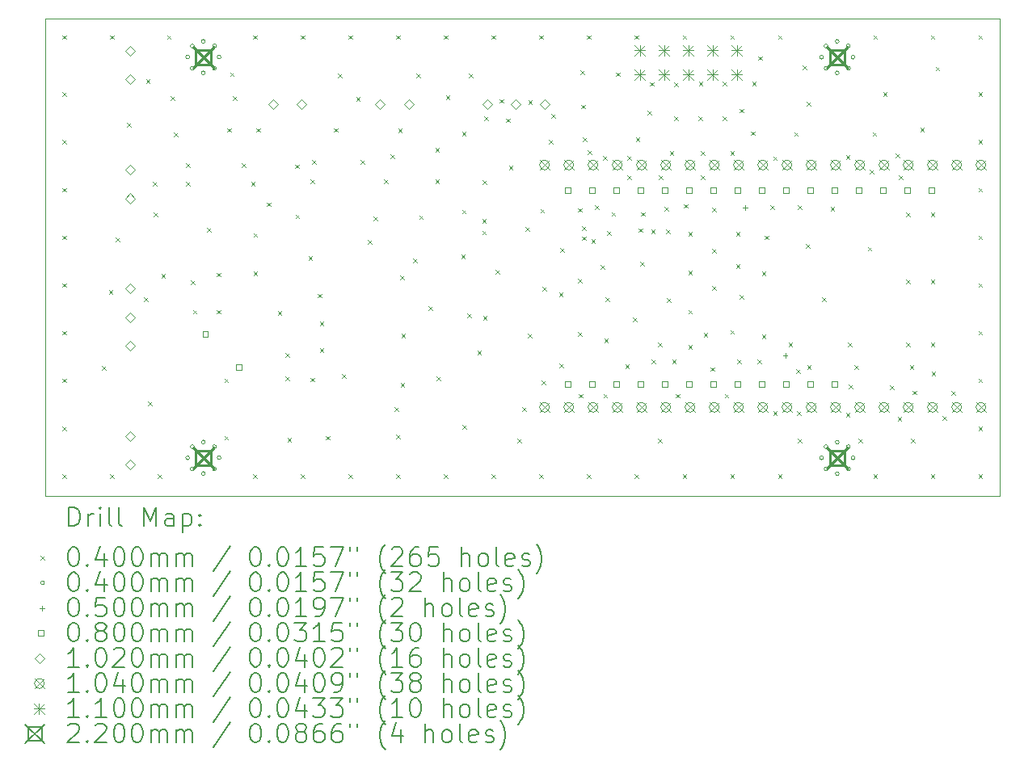
<source format=gbr>
%FSLAX45Y45*%
G04 Gerber Fmt 4.5, Leading zero omitted, Abs format (unit mm)*
G04 Created by KiCad (PCBNEW (6.0.5)) date 2022-09-13 16:11:17*
%MOMM*%
%LPD*%
G01*
G04 APERTURE LIST*
%TA.AperFunction,Profile*%
%ADD10C,0.100000*%
%TD*%
%ADD11C,0.200000*%
%ADD12C,0.040000*%
%ADD13C,0.050000*%
%ADD14C,0.080000*%
%ADD15C,0.102000*%
%ADD16C,0.104000*%
%ADD17C,0.110000*%
%ADD18C,0.220000*%
G04 APERTURE END LIST*
D10*
X10000000Y5000000D02*
X0Y5000000D01*
X0Y5000000D02*
X0Y0D01*
X0Y0D02*
X10000000Y0D01*
X10000000Y0D02*
X10000000Y5000000D01*
D11*
D12*
X180000Y4830000D02*
X220000Y4790000D01*
X220000Y4830000D02*
X180000Y4790000D01*
X180000Y4230000D02*
X220000Y4190000D01*
X220000Y4230000D02*
X180000Y4190000D01*
X180000Y3730000D02*
X220000Y3690000D01*
X220000Y3730000D02*
X180000Y3690000D01*
X180000Y3230000D02*
X220000Y3190000D01*
X220000Y3230000D02*
X180000Y3190000D01*
X180000Y2730000D02*
X220000Y2690000D01*
X220000Y2730000D02*
X180000Y2690000D01*
X180000Y2230000D02*
X220000Y2190000D01*
X220000Y2230000D02*
X180000Y2190000D01*
X180000Y1730000D02*
X220000Y1690000D01*
X220000Y1730000D02*
X180000Y1690000D01*
X180000Y1230000D02*
X220000Y1190000D01*
X220000Y1230000D02*
X180000Y1190000D01*
X180000Y730000D02*
X220000Y690000D01*
X220000Y730000D02*
X180000Y690000D01*
X180000Y230000D02*
X220000Y190000D01*
X220000Y230000D02*
X180000Y190000D01*
X600000Y1360000D02*
X640000Y1320000D01*
X640000Y1360000D02*
X600000Y1320000D01*
X670000Y2160000D02*
X710000Y2120000D01*
X710000Y2160000D02*
X670000Y2120000D01*
X680000Y4830000D02*
X720000Y4790000D01*
X720000Y4830000D02*
X680000Y4790000D01*
X680000Y230000D02*
X720000Y190000D01*
X720000Y230000D02*
X680000Y190000D01*
X740000Y2710000D02*
X780000Y2670000D01*
X780000Y2710000D02*
X740000Y2670000D01*
X860000Y3910000D02*
X900000Y3870000D01*
X900000Y3910000D02*
X860000Y3870000D01*
X1040000Y2080000D02*
X1080000Y2040000D01*
X1080000Y2080000D02*
X1040000Y2040000D01*
X1060000Y4370000D02*
X1100000Y4330000D01*
X1100000Y4370000D02*
X1060000Y4330000D01*
X1080000Y990000D02*
X1120000Y950000D01*
X1120000Y990000D02*
X1080000Y950000D01*
X1130000Y3290000D02*
X1170000Y3250000D01*
X1170000Y3290000D02*
X1130000Y3250000D01*
X1140000Y2970000D02*
X1180000Y2930000D01*
X1180000Y2970000D02*
X1140000Y2930000D01*
X1180000Y230000D02*
X1220000Y190000D01*
X1220000Y230000D02*
X1180000Y190000D01*
X1220000Y2330000D02*
X1260000Y2290000D01*
X1260000Y2330000D02*
X1220000Y2290000D01*
X1280000Y4830000D02*
X1320000Y4790000D01*
X1320000Y4830000D02*
X1280000Y4790000D01*
X1320000Y4190000D02*
X1360000Y4150000D01*
X1360000Y4190000D02*
X1320000Y4150000D01*
X1350000Y3810000D02*
X1390000Y3770000D01*
X1390000Y3810000D02*
X1350000Y3770000D01*
X1480000Y3490000D02*
X1520000Y3450000D01*
X1520000Y3490000D02*
X1480000Y3450000D01*
X1480000Y3290000D02*
X1520000Y3250000D01*
X1520000Y3290000D02*
X1480000Y3250000D01*
X1530000Y2260000D02*
X1570000Y2220000D01*
X1570000Y2260000D02*
X1530000Y2220000D01*
X1550000Y1950000D02*
X1590000Y1910000D01*
X1590000Y1950000D02*
X1550000Y1910000D01*
X1700000Y2810000D02*
X1740000Y2770000D01*
X1740000Y2810000D02*
X1700000Y2770000D01*
X1800000Y2340000D02*
X1840000Y2300000D01*
X1840000Y2340000D02*
X1800000Y2300000D01*
X1800000Y1950000D02*
X1840000Y1910000D01*
X1840000Y1950000D02*
X1800000Y1910000D01*
X1880000Y1230000D02*
X1920000Y1190000D01*
X1920000Y1230000D02*
X1880000Y1190000D01*
X1880000Y630000D02*
X1920000Y590000D01*
X1920000Y630000D02*
X1880000Y590000D01*
X1910000Y3855000D02*
X1950000Y3815000D01*
X1950000Y3855000D02*
X1910000Y3815000D01*
X1940000Y4440000D02*
X1980000Y4400000D01*
X1980000Y4440000D02*
X1940000Y4400000D01*
X1970000Y4190000D02*
X2010000Y4150000D01*
X2010000Y4190000D02*
X1970000Y4150000D01*
X2060000Y3490000D02*
X2100000Y3450000D01*
X2100000Y3490000D02*
X2060000Y3450000D01*
X2160000Y3290000D02*
X2200000Y3250000D01*
X2200000Y3290000D02*
X2160000Y3250000D01*
X2180000Y4830000D02*
X2220000Y4790000D01*
X2220000Y4830000D02*
X2180000Y4790000D01*
X2180000Y230000D02*
X2220000Y190000D01*
X2220000Y230000D02*
X2180000Y190000D01*
X2185000Y2755000D02*
X2225000Y2715000D01*
X2225000Y2755000D02*
X2185000Y2715000D01*
X2185000Y2355000D02*
X2225000Y2315000D01*
X2225000Y2355000D02*
X2185000Y2315000D01*
X2215000Y3855000D02*
X2255000Y3815000D01*
X2255000Y3855000D02*
X2215000Y3815000D01*
X2327500Y3077500D02*
X2367500Y3037500D01*
X2367500Y3077500D02*
X2327500Y3037500D01*
X2440000Y1940000D02*
X2480000Y1900000D01*
X2480000Y1940000D02*
X2440000Y1900000D01*
X2520000Y1500000D02*
X2560000Y1460000D01*
X2560000Y1500000D02*
X2520000Y1460000D01*
X2520000Y1250000D02*
X2560000Y1210000D01*
X2560000Y1250000D02*
X2520000Y1210000D01*
X2540000Y610000D02*
X2580000Y570000D01*
X2580000Y610000D02*
X2540000Y570000D01*
X2620000Y3475000D02*
X2660000Y3435000D01*
X2660000Y3475000D02*
X2620000Y3435000D01*
X2626000Y2950000D02*
X2666000Y2910000D01*
X2666000Y2950000D02*
X2626000Y2910000D01*
X2680000Y4830000D02*
X2720000Y4790000D01*
X2720000Y4830000D02*
X2680000Y4790000D01*
X2680000Y230000D02*
X2720000Y190000D01*
X2720000Y230000D02*
X2680000Y190000D01*
X2760000Y2515000D02*
X2800000Y2475000D01*
X2800000Y2515000D02*
X2760000Y2475000D01*
X2780000Y1240000D02*
X2820000Y1200000D01*
X2820000Y1240000D02*
X2780000Y1200000D01*
X2782000Y3317000D02*
X2822000Y3277000D01*
X2822000Y3317000D02*
X2782000Y3277000D01*
X2800000Y3520000D02*
X2840000Y3480000D01*
X2840000Y3520000D02*
X2800000Y3480000D01*
X2860000Y2120000D02*
X2900000Y2080000D01*
X2900000Y2120000D02*
X2860000Y2080000D01*
X2880000Y1830000D02*
X2920000Y1790000D01*
X2920000Y1830000D02*
X2880000Y1790000D01*
X2880000Y1550000D02*
X2920000Y1510000D01*
X2920000Y1550000D02*
X2880000Y1510000D01*
X2940000Y630000D02*
X2980000Y590000D01*
X2980000Y630000D02*
X2940000Y590000D01*
X3027500Y3855000D02*
X3067500Y3815000D01*
X3067500Y3855000D02*
X3027500Y3815000D01*
X3070000Y4430000D02*
X3110000Y4390000D01*
X3110000Y4430000D02*
X3070000Y4390000D01*
X3110000Y1280000D02*
X3150000Y1240000D01*
X3150000Y1280000D02*
X3110000Y1240000D01*
X3180000Y4830000D02*
X3220000Y4790000D01*
X3220000Y4830000D02*
X3180000Y4790000D01*
X3180000Y230000D02*
X3220000Y190000D01*
X3220000Y230000D02*
X3180000Y190000D01*
X3260000Y4180000D02*
X3300000Y4140000D01*
X3300000Y4180000D02*
X3260000Y4140000D01*
X3305060Y3519000D02*
X3345060Y3479000D01*
X3345060Y3519000D02*
X3305060Y3479000D01*
X3380000Y2680000D02*
X3420000Y2640000D01*
X3420000Y2680000D02*
X3380000Y2640000D01*
X3440000Y2930000D02*
X3480000Y2890000D01*
X3480000Y2930000D02*
X3440000Y2890000D01*
X3550000Y3320000D02*
X3590000Y3280000D01*
X3590000Y3320000D02*
X3550000Y3280000D01*
X3620000Y3580000D02*
X3660000Y3540000D01*
X3660000Y3580000D02*
X3620000Y3540000D01*
X3660000Y930000D02*
X3700000Y890000D01*
X3700000Y930000D02*
X3660000Y890000D01*
X3680000Y4830000D02*
X3720000Y4790000D01*
X3720000Y4830000D02*
X3680000Y4790000D01*
X3680000Y640000D02*
X3720000Y600000D01*
X3720000Y640000D02*
X3680000Y600000D01*
X3680000Y230000D02*
X3720000Y190000D01*
X3720000Y230000D02*
X3680000Y190000D01*
X3700000Y3850000D02*
X3740000Y3810000D01*
X3740000Y3850000D02*
X3700000Y3810000D01*
X3720000Y2310000D02*
X3760000Y2270000D01*
X3760000Y2310000D02*
X3720000Y2270000D01*
X3727000Y1184000D02*
X3767000Y1144000D01*
X3767000Y1184000D02*
X3727000Y1144000D01*
X3735000Y1700000D02*
X3775000Y1660000D01*
X3775000Y1700000D02*
X3735000Y1660000D01*
X3860000Y2490000D02*
X3900000Y2450000D01*
X3900000Y2490000D02*
X3860000Y2450000D01*
X3890000Y4430000D02*
X3930000Y4390000D01*
X3930000Y4430000D02*
X3890000Y4390000D01*
X3920000Y2940000D02*
X3960000Y2900000D01*
X3960000Y2940000D02*
X3920000Y2900000D01*
X4020000Y1990000D02*
X4060000Y1950000D01*
X4060000Y1990000D02*
X4020000Y1950000D01*
X4090000Y3650000D02*
X4130000Y3610000D01*
X4130000Y3650000D02*
X4090000Y3610000D01*
X4090000Y3320000D02*
X4130000Y3280000D01*
X4130000Y3320000D02*
X4090000Y3280000D01*
X4100000Y1250000D02*
X4140000Y1210000D01*
X4140000Y1250000D02*
X4100000Y1210000D01*
X4180000Y4830000D02*
X4220000Y4790000D01*
X4220000Y4830000D02*
X4180000Y4790000D01*
X4180000Y230000D02*
X4220000Y190000D01*
X4220000Y230000D02*
X4180000Y190000D01*
X4200000Y4200000D02*
X4240000Y4160000D01*
X4240000Y4200000D02*
X4200000Y4160000D01*
X4360000Y2530000D02*
X4400000Y2490000D01*
X4400000Y2530000D02*
X4360000Y2490000D01*
X4370000Y3820000D02*
X4410000Y3780000D01*
X4410000Y3820000D02*
X4370000Y3780000D01*
X4370000Y3000000D02*
X4410000Y2960000D01*
X4410000Y3000000D02*
X4370000Y2960000D01*
X4371000Y741000D02*
X4411000Y701000D01*
X4411000Y741000D02*
X4371000Y701000D01*
X4422000Y1915000D02*
X4462000Y1875000D01*
X4462000Y1915000D02*
X4422000Y1875000D01*
X4440000Y4430000D02*
X4480000Y4390000D01*
X4480000Y4430000D02*
X4440000Y4390000D01*
X4530000Y1520000D02*
X4570000Y1480000D01*
X4570000Y1520000D02*
X4530000Y1480000D01*
X4580000Y2900000D02*
X4620000Y2860000D01*
X4620000Y2900000D02*
X4580000Y2860000D01*
X4582000Y2781000D02*
X4622000Y2741000D01*
X4622000Y2781000D02*
X4582000Y2741000D01*
X4588000Y3309000D02*
X4628000Y3269000D01*
X4628000Y3309000D02*
X4588000Y3269000D01*
X4589000Y1890000D02*
X4629000Y1850000D01*
X4629000Y1890000D02*
X4589000Y1850000D01*
X4600000Y3979000D02*
X4640000Y3939000D01*
X4640000Y3979000D02*
X4600000Y3939000D01*
X4680000Y4830000D02*
X4720000Y4790000D01*
X4720000Y4830000D02*
X4680000Y4790000D01*
X4680000Y230000D02*
X4720000Y190000D01*
X4720000Y230000D02*
X4680000Y190000D01*
X4720000Y2370000D02*
X4760000Y2330000D01*
X4760000Y2370000D02*
X4720000Y2330000D01*
X4766000Y4161000D02*
X4806000Y4121000D01*
X4806000Y4161000D02*
X4766000Y4121000D01*
X4830000Y3957000D02*
X4870000Y3917000D01*
X4870000Y3957000D02*
X4830000Y3917000D01*
X4860000Y3460000D02*
X4900000Y3420000D01*
X4900000Y3460000D02*
X4860000Y3420000D01*
X4950000Y600000D02*
X4990000Y560000D01*
X4990000Y600000D02*
X4950000Y560000D01*
X5000000Y930000D02*
X5040000Y890000D01*
X5040000Y930000D02*
X5000000Y890000D01*
X5035000Y2820000D02*
X5075000Y2780000D01*
X5075000Y2820000D02*
X5035000Y2780000D01*
X5060000Y1700000D02*
X5100000Y1660000D01*
X5100000Y1700000D02*
X5060000Y1660000D01*
X5064000Y4145000D02*
X5104000Y4105000D01*
X5104000Y4145000D02*
X5064000Y4105000D01*
X5180000Y4830000D02*
X5220000Y4790000D01*
X5220000Y4830000D02*
X5180000Y4790000D01*
X5180000Y230000D02*
X5220000Y190000D01*
X5220000Y230000D02*
X5180000Y190000D01*
X5190000Y3010000D02*
X5230000Y2970000D01*
X5230000Y3010000D02*
X5190000Y2970000D01*
X5205000Y1210000D02*
X5245000Y1170000D01*
X5245000Y1210000D02*
X5205000Y1170000D01*
X5212550Y2190000D02*
X5252550Y2150000D01*
X5252550Y2190000D02*
X5212550Y2150000D01*
X5280000Y3730000D02*
X5320000Y3690000D01*
X5320000Y3730000D02*
X5280000Y3690000D01*
X5305000Y4001000D02*
X5345000Y3961000D01*
X5345000Y4001000D02*
X5305000Y3961000D01*
X5385000Y2130000D02*
X5425000Y2090000D01*
X5425000Y2130000D02*
X5385000Y2090000D01*
X5390000Y1385000D02*
X5430000Y1345000D01*
X5430000Y1385000D02*
X5390000Y1345000D01*
X5400000Y2600000D02*
X5440000Y2560000D01*
X5440000Y2600000D02*
X5400000Y2560000D01*
X5585000Y2275000D02*
X5625000Y2235000D01*
X5625000Y2275000D02*
X5585000Y2235000D01*
X5585000Y1715000D02*
X5625000Y1675000D01*
X5625000Y1715000D02*
X5585000Y1675000D01*
X5586175Y3017550D02*
X5626175Y2977550D01*
X5626175Y3017550D02*
X5586175Y2977550D01*
X5590000Y1070000D02*
X5630000Y1030000D01*
X5630000Y1070000D02*
X5590000Y1030000D01*
X5610000Y4460000D02*
X5650000Y4420000D01*
X5650000Y4460000D02*
X5610000Y4420000D01*
X5620000Y4100000D02*
X5660000Y4060000D01*
X5660000Y4100000D02*
X5620000Y4060000D01*
X5625000Y2825000D02*
X5665000Y2785000D01*
X5665000Y2825000D02*
X5625000Y2785000D01*
X5625000Y2720000D02*
X5665000Y2680000D01*
X5665000Y2720000D02*
X5625000Y2680000D01*
X5636000Y3757599D02*
X5676000Y3717599D01*
X5676000Y3757599D02*
X5636000Y3717599D01*
X5680000Y4830000D02*
X5720000Y4790000D01*
X5720000Y4830000D02*
X5680000Y4790000D01*
X5680000Y230000D02*
X5720000Y190000D01*
X5720000Y230000D02*
X5680000Y190000D01*
X5686000Y3624000D02*
X5726000Y3584000D01*
X5726000Y3624000D02*
X5686000Y3584000D01*
X5725000Y2690000D02*
X5765000Y2650000D01*
X5765000Y2690000D02*
X5725000Y2650000D01*
X5760000Y3050000D02*
X5800000Y3010000D01*
X5800000Y3050000D02*
X5760000Y3010000D01*
X5820000Y2420000D02*
X5860000Y2380000D01*
X5860000Y2420000D02*
X5820000Y2380000D01*
X5844000Y3562000D02*
X5884000Y3522000D01*
X5884000Y3562000D02*
X5844000Y3522000D01*
X5850000Y1070000D02*
X5890000Y1030000D01*
X5890000Y1070000D02*
X5850000Y1030000D01*
X5860000Y1650000D02*
X5900000Y1610000D01*
X5900000Y1650000D02*
X5860000Y1610000D01*
X5870000Y2080000D02*
X5910000Y2040000D01*
X5910000Y2080000D02*
X5870000Y2040000D01*
X5890000Y2775000D02*
X5930000Y2735000D01*
X5930000Y2775000D02*
X5890000Y2735000D01*
X5935000Y2975000D02*
X5975000Y2935000D01*
X5975000Y2975000D02*
X5935000Y2935000D01*
X5980000Y4440000D02*
X6020000Y4400000D01*
X6020000Y4440000D02*
X5980000Y4400000D01*
X6080000Y1380000D02*
X6120000Y1340000D01*
X6120000Y1380000D02*
X6080000Y1340000D01*
X6099000Y3564000D02*
X6139000Y3524000D01*
X6139000Y3564000D02*
X6099000Y3524000D01*
X6100000Y3360000D02*
X6140000Y3320000D01*
X6140000Y3360000D02*
X6100000Y3320000D01*
X6160000Y1870000D02*
X6200000Y1830000D01*
X6200000Y1870000D02*
X6160000Y1830000D01*
X6180000Y4830000D02*
X6220000Y4790000D01*
X6220000Y4830000D02*
X6180000Y4790000D01*
X6180000Y230000D02*
X6220000Y190000D01*
X6220000Y230000D02*
X6180000Y190000D01*
X6190000Y3757599D02*
X6230000Y3717599D01*
X6230000Y3757599D02*
X6190000Y3717599D01*
X6220000Y2805000D02*
X6260000Y2765000D01*
X6260000Y2805000D02*
X6220000Y2765000D01*
X6235000Y2455000D02*
X6275000Y2415000D01*
X6275000Y2455000D02*
X6235000Y2415000D01*
X6243510Y2975000D02*
X6283510Y2935000D01*
X6283510Y2975000D02*
X6243510Y2935000D01*
X6310000Y4037000D02*
X6350000Y3997000D01*
X6350000Y4037000D02*
X6310000Y3997000D01*
X6335000Y4337000D02*
X6375000Y4297000D01*
X6375000Y4337000D02*
X6335000Y4297000D01*
X6350000Y2790000D02*
X6390000Y2750000D01*
X6390000Y2790000D02*
X6350000Y2750000D01*
X6356986Y1429446D02*
X6396986Y1389446D01*
X6396986Y1429446D02*
X6356986Y1389446D01*
X6420000Y1610000D02*
X6460000Y1570000D01*
X6460000Y1610000D02*
X6420000Y1570000D01*
X6420000Y599599D02*
X6460000Y559599D01*
X6460000Y599599D02*
X6420000Y559599D01*
X6432450Y3360000D02*
X6472450Y3320000D01*
X6472450Y3360000D02*
X6432450Y3320000D01*
X6490000Y3030000D02*
X6530000Y2990000D01*
X6530000Y3030000D02*
X6490000Y2990000D01*
X6505000Y2790000D02*
X6545000Y2750000D01*
X6545000Y2790000D02*
X6505000Y2750000D01*
X6515000Y2075000D02*
X6555000Y2035000D01*
X6555000Y2075000D02*
X6515000Y2035000D01*
X6544770Y3614770D02*
X6584770Y3574770D01*
X6584770Y3614770D02*
X6544770Y3574770D01*
X6570000Y1430000D02*
X6610000Y1390000D01*
X6610000Y1430000D02*
X6570000Y1390000D01*
X6591000Y4335000D02*
X6631000Y4295000D01*
X6631000Y4335000D02*
X6591000Y4295000D01*
X6592000Y3977550D02*
X6632000Y3937550D01*
X6632000Y3977550D02*
X6592000Y3937550D01*
X6610000Y1070000D02*
X6650000Y1030000D01*
X6650000Y1070000D02*
X6610000Y1030000D01*
X6680000Y4830000D02*
X6720000Y4790000D01*
X6720000Y4830000D02*
X6680000Y4790000D01*
X6680000Y230000D02*
X6720000Y190000D01*
X6720000Y230000D02*
X6680000Y190000D01*
X6694450Y3060000D02*
X6734450Y3020000D01*
X6734450Y3060000D02*
X6694450Y3020000D01*
X6740000Y2770000D02*
X6780000Y2730000D01*
X6780000Y2770000D02*
X6740000Y2730000D01*
X6740000Y2360000D02*
X6780000Y2320000D01*
X6780000Y2360000D02*
X6740000Y2320000D01*
X6740000Y1950000D02*
X6780000Y1910000D01*
X6780000Y1950000D02*
X6740000Y1910000D01*
X6740000Y1580000D02*
X6780000Y1540000D01*
X6780000Y1580000D02*
X6740000Y1540000D01*
X6845000Y3977550D02*
X6885000Y3937550D01*
X6885000Y3977550D02*
X6845000Y3937550D01*
X6850000Y4340000D02*
X6890000Y4300000D01*
X6890000Y4340000D02*
X6850000Y4300000D01*
X6870000Y3614000D02*
X6910000Y3574000D01*
X6910000Y3614000D02*
X6870000Y3574000D01*
X6870000Y3360000D02*
X6910000Y3320000D01*
X6910000Y3360000D02*
X6870000Y3320000D01*
X6900000Y1710000D02*
X6940000Y1670000D01*
X6940000Y1710000D02*
X6900000Y1670000D01*
X6975000Y1350000D02*
X7015000Y1310000D01*
X7015000Y1350000D02*
X6975000Y1310000D01*
X6990000Y3020000D02*
X7030000Y2980000D01*
X7030000Y3020000D02*
X6990000Y2980000D01*
X6990000Y2590000D02*
X7030000Y2550000D01*
X7030000Y2590000D02*
X6990000Y2550000D01*
X6990000Y2200000D02*
X7030000Y2160000D01*
X7030000Y2200000D02*
X6990000Y2160000D01*
X7100000Y3977000D02*
X7140000Y3937000D01*
X7140000Y3977000D02*
X7100000Y3937000D01*
X7102000Y4340000D02*
X7142000Y4300000D01*
X7142000Y4340000D02*
X7102000Y4300000D01*
X7120000Y1070000D02*
X7160000Y1030000D01*
X7160000Y1070000D02*
X7120000Y1030000D01*
X7180000Y4830000D02*
X7220000Y4790000D01*
X7220000Y4830000D02*
X7180000Y4790000D01*
X7180000Y3612000D02*
X7220000Y3572000D01*
X7220000Y3612000D02*
X7180000Y3572000D01*
X7180000Y1740000D02*
X7220000Y1700000D01*
X7220000Y1740000D02*
X7180000Y1700000D01*
X7180000Y230000D02*
X7220000Y190000D01*
X7220000Y230000D02*
X7180000Y190000D01*
X7240000Y2770000D02*
X7280000Y2730000D01*
X7280000Y2770000D02*
X7240000Y2730000D01*
X7240000Y2430000D02*
X7280000Y2390000D01*
X7280000Y2430000D02*
X7240000Y2390000D01*
X7250000Y1432450D02*
X7290000Y1392450D01*
X7290000Y1432450D02*
X7250000Y1392450D01*
X7276000Y4058000D02*
X7316000Y4018000D01*
X7316000Y4058000D02*
X7276000Y4018000D01*
X7280000Y2110000D02*
X7320000Y2070000D01*
X7320000Y2110000D02*
X7280000Y2070000D01*
X7397000Y3821000D02*
X7437000Y3781000D01*
X7437000Y3821000D02*
X7397000Y3781000D01*
X7410000Y4340000D02*
X7450000Y4300000D01*
X7450000Y4340000D02*
X7410000Y4300000D01*
X7465000Y1432450D02*
X7505000Y1392450D01*
X7505000Y1432450D02*
X7465000Y1392450D01*
X7470000Y4610000D02*
X7510000Y4570000D01*
X7510000Y4610000D02*
X7470000Y4570000D01*
X7510000Y2350000D02*
X7550000Y2310000D01*
X7550000Y2350000D02*
X7510000Y2310000D01*
X7510000Y1690000D02*
X7550000Y1650000D01*
X7550000Y1690000D02*
X7510000Y1650000D01*
X7540000Y2730000D02*
X7580000Y2690000D01*
X7580000Y2730000D02*
X7540000Y2690000D01*
X7600000Y3050000D02*
X7640000Y3010000D01*
X7640000Y3050000D02*
X7600000Y3010000D01*
X7630000Y3560000D02*
X7670000Y3520000D01*
X7670000Y3560000D02*
X7630000Y3520000D01*
X7630000Y885901D02*
X7670000Y845901D01*
X7670000Y885901D02*
X7630000Y845901D01*
X7680000Y4830000D02*
X7720000Y4790000D01*
X7720000Y4830000D02*
X7680000Y4790000D01*
X7680000Y230000D02*
X7720000Y190000D01*
X7720000Y230000D02*
X7680000Y190000D01*
X7790000Y1610000D02*
X7830000Y1570000D01*
X7830000Y1610000D02*
X7790000Y1570000D01*
X7850000Y3813450D02*
X7890000Y3773450D01*
X7890000Y3813450D02*
X7850000Y3773450D01*
X7870000Y1330000D02*
X7910000Y1290000D01*
X7910000Y1330000D02*
X7870000Y1290000D01*
X7880000Y885901D02*
X7920000Y845901D01*
X7920000Y885901D02*
X7880000Y845901D01*
X7890000Y3050000D02*
X7930000Y3010000D01*
X7930000Y3050000D02*
X7890000Y3010000D01*
X7890000Y600000D02*
X7930000Y560000D01*
X7930000Y600000D02*
X7890000Y560000D01*
X7940000Y4510000D02*
X7980000Y4470000D01*
X7980000Y4510000D02*
X7940000Y4470000D01*
X7970000Y2640000D02*
X8010000Y2600000D01*
X8010000Y2640000D02*
X7970000Y2600000D01*
X7980000Y4130000D02*
X8020000Y4090000D01*
X8020000Y4130000D02*
X7980000Y4090000D01*
X7985000Y1370000D02*
X8025000Y1330000D01*
X8025000Y1370000D02*
X7985000Y1330000D01*
X8140000Y2080000D02*
X8180000Y2040000D01*
X8180000Y2080000D02*
X8140000Y2040000D01*
X8230000Y3030000D02*
X8270000Y2990000D01*
X8270000Y3030000D02*
X8230000Y2990000D01*
X8390000Y3570000D02*
X8430000Y3530000D01*
X8430000Y3570000D02*
X8390000Y3530000D01*
X8390000Y872450D02*
X8430000Y832450D01*
X8430000Y872450D02*
X8390000Y832450D01*
X8410000Y1610000D02*
X8450000Y1570000D01*
X8450000Y1610000D02*
X8410000Y1570000D01*
X8420000Y1170000D02*
X8460000Y1130000D01*
X8460000Y1170000D02*
X8420000Y1130000D01*
X8480000Y1370000D02*
X8520000Y1330000D01*
X8520000Y1370000D02*
X8480000Y1330000D01*
X8523600Y600000D02*
X8563600Y560000D01*
X8563600Y600000D02*
X8523600Y560000D01*
X8620000Y2610000D02*
X8660000Y2570000D01*
X8660000Y2610000D02*
X8620000Y2570000D01*
X8642510Y3417490D02*
X8682510Y3377490D01*
X8682510Y3417490D02*
X8642510Y3377490D01*
X8670000Y3813450D02*
X8710000Y3773450D01*
X8710000Y3813450D02*
X8670000Y3773450D01*
X8680000Y4830000D02*
X8720000Y4790000D01*
X8720000Y4830000D02*
X8680000Y4790000D01*
X8680000Y230000D02*
X8720000Y190000D01*
X8720000Y230000D02*
X8680000Y190000D01*
X8780000Y4230000D02*
X8820000Y4190000D01*
X8820000Y4230000D02*
X8780000Y4190000D01*
X8855000Y1160000D02*
X8895000Y1120000D01*
X8895000Y1160000D02*
X8855000Y1120000D01*
X8912510Y3589990D02*
X8952510Y3549990D01*
X8952510Y3589990D02*
X8912510Y3549990D01*
X8932510Y829990D02*
X8972510Y789990D01*
X8972510Y829990D02*
X8932510Y789990D01*
X8945010Y3362490D02*
X8985010Y3322490D01*
X8985010Y3362490D02*
X8945010Y3322490D01*
X9020000Y2970000D02*
X9060000Y2930000D01*
X9060000Y2970000D02*
X9020000Y2930000D01*
X9020000Y2270000D02*
X9060000Y2230000D01*
X9060000Y2270000D02*
X9020000Y2230000D01*
X9020000Y1610000D02*
X9060000Y1570000D01*
X9060000Y1610000D02*
X9020000Y1570000D01*
X9060000Y1370000D02*
X9100000Y1330000D01*
X9100000Y1370000D02*
X9060000Y1330000D01*
X9070000Y600000D02*
X9110000Y560000D01*
X9110000Y600000D02*
X9070000Y560000D01*
X9086605Y1104145D02*
X9126605Y1064145D01*
X9126605Y1104145D02*
X9086605Y1064145D01*
X9170000Y3860000D02*
X9210000Y3820000D01*
X9210000Y3860000D02*
X9170000Y3820000D01*
X9280000Y4830000D02*
X9320000Y4790000D01*
X9320000Y4830000D02*
X9280000Y4790000D01*
X9280000Y2970000D02*
X9320000Y2930000D01*
X9320000Y2970000D02*
X9280000Y2930000D01*
X9280000Y2270000D02*
X9320000Y2230000D01*
X9320000Y2270000D02*
X9280000Y2230000D01*
X9280000Y1610000D02*
X9320000Y1570000D01*
X9320000Y1610000D02*
X9280000Y1570000D01*
X9280000Y230000D02*
X9320000Y190000D01*
X9320000Y230000D02*
X9280000Y190000D01*
X9287510Y1304990D02*
X9327510Y1264990D01*
X9327510Y1304990D02*
X9287510Y1264990D01*
X9330000Y4500000D02*
X9370000Y4460000D01*
X9370000Y4500000D02*
X9330000Y4460000D01*
X9402510Y834990D02*
X9442510Y794990D01*
X9442510Y834990D02*
X9402510Y794990D01*
X9495010Y1099990D02*
X9535010Y1059990D01*
X9535010Y1099990D02*
X9495010Y1059990D01*
X9780000Y4830000D02*
X9820000Y4790000D01*
X9820000Y4830000D02*
X9780000Y4790000D01*
X9780000Y4230000D02*
X9820000Y4190000D01*
X9820000Y4230000D02*
X9780000Y4190000D01*
X9780000Y3730000D02*
X9820000Y3690000D01*
X9820000Y3730000D02*
X9780000Y3690000D01*
X9780000Y3230000D02*
X9820000Y3190000D01*
X9820000Y3230000D02*
X9780000Y3190000D01*
X9780000Y2730000D02*
X9820000Y2690000D01*
X9820000Y2730000D02*
X9780000Y2690000D01*
X9780000Y2230000D02*
X9820000Y2190000D01*
X9820000Y2230000D02*
X9780000Y2190000D01*
X9780000Y1730000D02*
X9820000Y1690000D01*
X9820000Y1730000D02*
X9780000Y1690000D01*
X9780000Y1230000D02*
X9820000Y1190000D01*
X9820000Y1230000D02*
X9780000Y1190000D01*
X9780000Y730000D02*
X9820000Y690000D01*
X9820000Y730000D02*
X9780000Y690000D01*
X9780000Y230000D02*
X9820000Y190000D01*
X9820000Y230000D02*
X9780000Y190000D01*
X1515000Y4600000D02*
G75*
G03*
X1515000Y4600000I-20000J0D01*
G01*
X1515000Y400000D02*
G75*
G03*
X1515000Y400000I-20000J0D01*
G01*
X1563327Y4716673D02*
G75*
G03*
X1563327Y4716673I-20000J0D01*
G01*
X1563327Y4483327D02*
G75*
G03*
X1563327Y4483327I-20000J0D01*
G01*
X1563327Y516673D02*
G75*
G03*
X1563327Y516673I-20000J0D01*
G01*
X1563327Y283327D02*
G75*
G03*
X1563327Y283327I-20000J0D01*
G01*
X1680000Y4765000D02*
G75*
G03*
X1680000Y4765000I-20000J0D01*
G01*
X1680000Y4435000D02*
G75*
G03*
X1680000Y4435000I-20000J0D01*
G01*
X1680000Y565000D02*
G75*
G03*
X1680000Y565000I-20000J0D01*
G01*
X1680000Y235000D02*
G75*
G03*
X1680000Y235000I-20000J0D01*
G01*
X1796673Y4716673D02*
G75*
G03*
X1796673Y4716673I-20000J0D01*
G01*
X1796673Y4483327D02*
G75*
G03*
X1796673Y4483327I-20000J0D01*
G01*
X1796673Y516673D02*
G75*
G03*
X1796673Y516673I-20000J0D01*
G01*
X1796673Y283327D02*
G75*
G03*
X1796673Y283327I-20000J0D01*
G01*
X1845000Y4600000D02*
G75*
G03*
X1845000Y4600000I-20000J0D01*
G01*
X1845000Y400000D02*
G75*
G03*
X1845000Y400000I-20000J0D01*
G01*
X8155000Y4600000D02*
G75*
G03*
X8155000Y4600000I-20000J0D01*
G01*
X8155000Y400000D02*
G75*
G03*
X8155000Y400000I-20000J0D01*
G01*
X8203327Y4716673D02*
G75*
G03*
X8203327Y4716673I-20000J0D01*
G01*
X8203327Y4483327D02*
G75*
G03*
X8203327Y4483327I-20000J0D01*
G01*
X8203327Y516673D02*
G75*
G03*
X8203327Y516673I-20000J0D01*
G01*
X8203327Y283327D02*
G75*
G03*
X8203327Y283327I-20000J0D01*
G01*
X8320000Y4765000D02*
G75*
G03*
X8320000Y4765000I-20000J0D01*
G01*
X8320000Y4435000D02*
G75*
G03*
X8320000Y4435000I-20000J0D01*
G01*
X8320000Y565000D02*
G75*
G03*
X8320000Y565000I-20000J0D01*
G01*
X8320000Y235000D02*
G75*
G03*
X8320000Y235000I-20000J0D01*
G01*
X8436673Y4716673D02*
G75*
G03*
X8436673Y4716673I-20000J0D01*
G01*
X8436673Y4483327D02*
G75*
G03*
X8436673Y4483327I-20000J0D01*
G01*
X8436673Y516673D02*
G75*
G03*
X8436673Y516673I-20000J0D01*
G01*
X8436673Y283327D02*
G75*
G03*
X8436673Y283327I-20000J0D01*
G01*
X8485000Y4600000D02*
G75*
G03*
X8485000Y4600000I-20000J0D01*
G01*
X8485000Y400000D02*
G75*
G03*
X8485000Y400000I-20000J0D01*
G01*
D13*
X7333324Y3048324D02*
X7333324Y2998324D01*
X7308324Y3023324D02*
X7358324Y3023324D01*
X7755000Y1500000D02*
X7755000Y1450000D01*
X7730000Y1475000D02*
X7780000Y1475000D01*
D14*
X1708284Y1670465D02*
X1708284Y1727034D01*
X1651715Y1727034D01*
X1651715Y1670465D01*
X1708284Y1670465D01*
X2058284Y1320466D02*
X2058284Y1377035D01*
X2001715Y1377035D01*
X2001715Y1320466D01*
X2058284Y1320466D01*
X5508285Y3176965D02*
X5508285Y3233534D01*
X5451716Y3233534D01*
X5451716Y3176965D01*
X5508285Y3176965D01*
X5508285Y1144966D02*
X5508285Y1201535D01*
X5451716Y1201535D01*
X5451716Y1144966D01*
X5508285Y1144966D01*
X5762284Y3176965D02*
X5762284Y3233534D01*
X5705715Y3233534D01*
X5705715Y3176965D01*
X5762284Y3176965D01*
X5762284Y1144966D02*
X5762284Y1201535D01*
X5705715Y1201535D01*
X5705715Y1144966D01*
X5762284Y1144966D01*
X6016284Y3176965D02*
X6016284Y3233534D01*
X5959715Y3233534D01*
X5959715Y3176965D01*
X6016284Y3176965D01*
X6016284Y1144966D02*
X6016284Y1201535D01*
X5959715Y1201535D01*
X5959715Y1144966D01*
X6016284Y1144966D01*
X6270284Y3176965D02*
X6270284Y3233534D01*
X6213715Y3233534D01*
X6213715Y3176965D01*
X6270284Y3176965D01*
X6270284Y1144966D02*
X6270284Y1201535D01*
X6213715Y1201535D01*
X6213715Y1144966D01*
X6270284Y1144966D01*
X6524284Y3176965D02*
X6524284Y3233534D01*
X6467715Y3233534D01*
X6467715Y3176965D01*
X6524284Y3176965D01*
X6524284Y1144966D02*
X6524284Y1201535D01*
X6467715Y1201535D01*
X6467715Y1144966D01*
X6524284Y1144966D01*
X6778284Y3176965D02*
X6778284Y3233534D01*
X6721715Y3233534D01*
X6721715Y3176965D01*
X6778284Y3176965D01*
X6778284Y1144966D02*
X6778284Y1201535D01*
X6721715Y1201535D01*
X6721715Y1144966D01*
X6778284Y1144966D01*
X7032284Y3176965D02*
X7032284Y3233534D01*
X6975715Y3233534D01*
X6975715Y3176965D01*
X7032284Y3176965D01*
X7032284Y1144966D02*
X7032284Y1201535D01*
X6975715Y1201535D01*
X6975715Y1144966D01*
X7032284Y1144966D01*
X7286284Y3176965D02*
X7286284Y3233534D01*
X7229715Y3233534D01*
X7229715Y3176965D01*
X7286284Y3176965D01*
X7286284Y1144966D02*
X7286284Y1201535D01*
X7229715Y1201535D01*
X7229715Y1144966D01*
X7286284Y1144966D01*
X7540284Y3176965D02*
X7540284Y3233534D01*
X7483715Y3233534D01*
X7483715Y3176965D01*
X7540284Y3176965D01*
X7540284Y1144966D02*
X7540284Y1201535D01*
X7483715Y1201535D01*
X7483715Y1144966D01*
X7540284Y1144966D01*
X7794284Y3176965D02*
X7794284Y3233534D01*
X7737715Y3233534D01*
X7737715Y3176965D01*
X7794284Y3176965D01*
X7794284Y1144966D02*
X7794284Y1201535D01*
X7737715Y1201535D01*
X7737715Y1144966D01*
X7794284Y1144966D01*
X8048284Y3176965D02*
X8048284Y3233534D01*
X7991715Y3233534D01*
X7991715Y3176965D01*
X8048284Y3176965D01*
X8048284Y1144966D02*
X8048284Y1201535D01*
X7991715Y1201535D01*
X7991715Y1144966D01*
X8048284Y1144966D01*
X8302284Y3176965D02*
X8302284Y3233534D01*
X8245715Y3233534D01*
X8245715Y3176965D01*
X8302284Y3176965D01*
X8302284Y1144966D02*
X8302284Y1201535D01*
X8245715Y1201535D01*
X8245715Y1144966D01*
X8302284Y1144966D01*
X8556285Y3176965D02*
X8556285Y3233534D01*
X8499716Y3233534D01*
X8499716Y3176965D01*
X8556285Y3176965D01*
X8810285Y3176965D02*
X8810285Y3233534D01*
X8753716Y3233534D01*
X8753716Y3176965D01*
X8810285Y3176965D01*
X9064285Y3176965D02*
X9064285Y3233534D01*
X9007716Y3233534D01*
X9007716Y3176965D01*
X9064285Y3176965D01*
X9318285Y3176965D02*
X9318285Y3233534D01*
X9261716Y3233534D01*
X9261716Y3176965D01*
X9318285Y3176965D01*
D15*
X892000Y4614000D02*
X943000Y4665000D01*
X892000Y4716000D01*
X841000Y4665000D01*
X892000Y4614000D01*
X892000Y4314000D02*
X943000Y4365000D01*
X892000Y4416000D01*
X841000Y4365000D01*
X892000Y4314000D01*
X892000Y3369000D02*
X943000Y3420000D01*
X892000Y3471000D01*
X841000Y3420000D01*
X892000Y3369000D01*
X892000Y3069000D02*
X943000Y3120000D01*
X892000Y3171000D01*
X841000Y3120000D01*
X892000Y3069000D01*
X892000Y2124000D02*
X943000Y2175000D01*
X892000Y2226000D01*
X841000Y2175000D01*
X892000Y2124000D01*
X892000Y1824000D02*
X943000Y1875000D01*
X892000Y1926000D01*
X841000Y1875000D01*
X892000Y1824000D01*
X892000Y1524000D02*
X943000Y1575000D01*
X892000Y1626000D01*
X841000Y1575000D01*
X892000Y1524000D01*
X892000Y579000D02*
X943000Y630000D01*
X892000Y681000D01*
X841000Y630000D01*
X892000Y579000D01*
X892000Y279000D02*
X943000Y330000D01*
X892000Y381000D01*
X841000Y330000D01*
X892000Y279000D01*
X2390000Y4057000D02*
X2441000Y4108000D01*
X2390000Y4159000D01*
X2339000Y4108000D01*
X2390000Y4057000D01*
X2690000Y4057000D02*
X2741000Y4108000D01*
X2690000Y4159000D01*
X2639000Y4108000D01*
X2690000Y4057000D01*
X3511500Y4057000D02*
X3562500Y4108000D01*
X3511500Y4159000D01*
X3460500Y4108000D01*
X3511500Y4057000D01*
X3811500Y4057000D02*
X3862500Y4108000D01*
X3811500Y4159000D01*
X3760500Y4108000D01*
X3811500Y4057000D01*
X4633000Y4057000D02*
X4684000Y4108000D01*
X4633000Y4159000D01*
X4582000Y4108000D01*
X4633000Y4057000D01*
X4933000Y4057000D02*
X4984000Y4108000D01*
X4933000Y4159000D01*
X4882000Y4108000D01*
X4933000Y4057000D01*
X5233000Y4057000D02*
X5284000Y4108000D01*
X5233000Y4159000D01*
X5182000Y4108000D01*
X5233000Y4057000D01*
D16*
X5182000Y3522000D02*
X5286000Y3418000D01*
X5286000Y3522000D02*
X5182000Y3418000D01*
X5286000Y3470000D02*
G75*
G03*
X5286000Y3470000I-52000J0D01*
G01*
X5182000Y982000D02*
X5286000Y878000D01*
X5286000Y982000D02*
X5182000Y878000D01*
X5286000Y930000D02*
G75*
G03*
X5286000Y930000I-52000J0D01*
G01*
X5436000Y3522000D02*
X5540000Y3418000D01*
X5540000Y3522000D02*
X5436000Y3418000D01*
X5540000Y3470000D02*
G75*
G03*
X5540000Y3470000I-52000J0D01*
G01*
X5436000Y982000D02*
X5540000Y878000D01*
X5540000Y982000D02*
X5436000Y878000D01*
X5540000Y930000D02*
G75*
G03*
X5540000Y930000I-52000J0D01*
G01*
X5690000Y3522000D02*
X5794000Y3418000D01*
X5794000Y3522000D02*
X5690000Y3418000D01*
X5794000Y3470000D02*
G75*
G03*
X5794000Y3470000I-52000J0D01*
G01*
X5690000Y982000D02*
X5794000Y878000D01*
X5794000Y982000D02*
X5690000Y878000D01*
X5794000Y930000D02*
G75*
G03*
X5794000Y930000I-52000J0D01*
G01*
X5944000Y3522000D02*
X6048000Y3418000D01*
X6048000Y3522000D02*
X5944000Y3418000D01*
X6048000Y3470000D02*
G75*
G03*
X6048000Y3470000I-52000J0D01*
G01*
X5944000Y982000D02*
X6048000Y878000D01*
X6048000Y982000D02*
X5944000Y878000D01*
X6048000Y930000D02*
G75*
G03*
X6048000Y930000I-52000J0D01*
G01*
X6198000Y3522000D02*
X6302000Y3418000D01*
X6302000Y3522000D02*
X6198000Y3418000D01*
X6302000Y3470000D02*
G75*
G03*
X6302000Y3470000I-52000J0D01*
G01*
X6198000Y982000D02*
X6302000Y878000D01*
X6302000Y982000D02*
X6198000Y878000D01*
X6302000Y930000D02*
G75*
G03*
X6302000Y930000I-52000J0D01*
G01*
X6452000Y3522000D02*
X6556000Y3418000D01*
X6556000Y3522000D02*
X6452000Y3418000D01*
X6556000Y3470000D02*
G75*
G03*
X6556000Y3470000I-52000J0D01*
G01*
X6452000Y982000D02*
X6556000Y878000D01*
X6556000Y982000D02*
X6452000Y878000D01*
X6556000Y930000D02*
G75*
G03*
X6556000Y930000I-52000J0D01*
G01*
X6706000Y3522000D02*
X6810000Y3418000D01*
X6810000Y3522000D02*
X6706000Y3418000D01*
X6810000Y3470000D02*
G75*
G03*
X6810000Y3470000I-52000J0D01*
G01*
X6706000Y982000D02*
X6810000Y878000D01*
X6810000Y982000D02*
X6706000Y878000D01*
X6810000Y930000D02*
G75*
G03*
X6810000Y930000I-52000J0D01*
G01*
X6960000Y3522000D02*
X7064000Y3418000D01*
X7064000Y3522000D02*
X6960000Y3418000D01*
X7064000Y3470000D02*
G75*
G03*
X7064000Y3470000I-52000J0D01*
G01*
X6960000Y982000D02*
X7064000Y878000D01*
X7064000Y982000D02*
X6960000Y878000D01*
X7064000Y930000D02*
G75*
G03*
X7064000Y930000I-52000J0D01*
G01*
X7214000Y3522000D02*
X7318000Y3418000D01*
X7318000Y3522000D02*
X7214000Y3418000D01*
X7318000Y3470000D02*
G75*
G03*
X7318000Y3470000I-52000J0D01*
G01*
X7214000Y982000D02*
X7318000Y878000D01*
X7318000Y982000D02*
X7214000Y878000D01*
X7318000Y930000D02*
G75*
G03*
X7318000Y930000I-52000J0D01*
G01*
X7468000Y3522000D02*
X7572000Y3418000D01*
X7572000Y3522000D02*
X7468000Y3418000D01*
X7572000Y3470000D02*
G75*
G03*
X7572000Y3470000I-52000J0D01*
G01*
X7468000Y982000D02*
X7572000Y878000D01*
X7572000Y982000D02*
X7468000Y878000D01*
X7572000Y930000D02*
G75*
G03*
X7572000Y930000I-52000J0D01*
G01*
X7722000Y3522000D02*
X7826000Y3418000D01*
X7826000Y3522000D02*
X7722000Y3418000D01*
X7826000Y3470000D02*
G75*
G03*
X7826000Y3470000I-52000J0D01*
G01*
X7722000Y982000D02*
X7826000Y878000D01*
X7826000Y982000D02*
X7722000Y878000D01*
X7826000Y930000D02*
G75*
G03*
X7826000Y930000I-52000J0D01*
G01*
X7976000Y3522000D02*
X8080000Y3418000D01*
X8080000Y3522000D02*
X7976000Y3418000D01*
X8080000Y3470000D02*
G75*
G03*
X8080000Y3470000I-52000J0D01*
G01*
X7976000Y982000D02*
X8080000Y878000D01*
X8080000Y982000D02*
X7976000Y878000D01*
X8080000Y930000D02*
G75*
G03*
X8080000Y930000I-52000J0D01*
G01*
X8230000Y3522000D02*
X8334000Y3418000D01*
X8334000Y3522000D02*
X8230000Y3418000D01*
X8334000Y3470000D02*
G75*
G03*
X8334000Y3470000I-52000J0D01*
G01*
X8230000Y982000D02*
X8334000Y878000D01*
X8334000Y982000D02*
X8230000Y878000D01*
X8334000Y930000D02*
G75*
G03*
X8334000Y930000I-52000J0D01*
G01*
X8484000Y3522000D02*
X8588000Y3418000D01*
X8588000Y3522000D02*
X8484000Y3418000D01*
X8588000Y3470000D02*
G75*
G03*
X8588000Y3470000I-52000J0D01*
G01*
X8484000Y982000D02*
X8588000Y878000D01*
X8588000Y982000D02*
X8484000Y878000D01*
X8588000Y930000D02*
G75*
G03*
X8588000Y930000I-52000J0D01*
G01*
X8738000Y3522000D02*
X8842000Y3418000D01*
X8842000Y3522000D02*
X8738000Y3418000D01*
X8842000Y3470000D02*
G75*
G03*
X8842000Y3470000I-52000J0D01*
G01*
X8738000Y982000D02*
X8842000Y878000D01*
X8842000Y982000D02*
X8738000Y878000D01*
X8842000Y930000D02*
G75*
G03*
X8842000Y930000I-52000J0D01*
G01*
X8992000Y3522000D02*
X9096000Y3418000D01*
X9096000Y3522000D02*
X8992000Y3418000D01*
X9096000Y3470000D02*
G75*
G03*
X9096000Y3470000I-52000J0D01*
G01*
X8992000Y982000D02*
X9096000Y878000D01*
X9096000Y982000D02*
X8992000Y878000D01*
X9096000Y930000D02*
G75*
G03*
X9096000Y930000I-52000J0D01*
G01*
X9246000Y3522000D02*
X9350000Y3418000D01*
X9350000Y3522000D02*
X9246000Y3418000D01*
X9350000Y3470000D02*
G75*
G03*
X9350000Y3470000I-52000J0D01*
G01*
X9246000Y982000D02*
X9350000Y878000D01*
X9350000Y982000D02*
X9246000Y878000D01*
X9350000Y930000D02*
G75*
G03*
X9350000Y930000I-52000J0D01*
G01*
X9500000Y3522000D02*
X9604000Y3418000D01*
X9604000Y3522000D02*
X9500000Y3418000D01*
X9604000Y3470000D02*
G75*
G03*
X9604000Y3470000I-52000J0D01*
G01*
X9500000Y982000D02*
X9604000Y878000D01*
X9604000Y982000D02*
X9500000Y878000D01*
X9604000Y930000D02*
G75*
G03*
X9604000Y930000I-52000J0D01*
G01*
X9754000Y3522000D02*
X9858000Y3418000D01*
X9858000Y3522000D02*
X9754000Y3418000D01*
X9858000Y3470000D02*
G75*
G03*
X9858000Y3470000I-52000J0D01*
G01*
X9754000Y982000D02*
X9858000Y878000D01*
X9858000Y982000D02*
X9754000Y878000D01*
X9858000Y930000D02*
G75*
G03*
X9858000Y930000I-52000J0D01*
G01*
D17*
X6177000Y4727000D02*
X6287000Y4617000D01*
X6287000Y4727000D02*
X6177000Y4617000D01*
X6232000Y4727000D02*
X6232000Y4617000D01*
X6177000Y4672000D02*
X6287000Y4672000D01*
X6177000Y4473000D02*
X6287000Y4363000D01*
X6287000Y4473000D02*
X6177000Y4363000D01*
X6232000Y4473000D02*
X6232000Y4363000D01*
X6177000Y4418000D02*
X6287000Y4418000D01*
X6431000Y4727000D02*
X6541000Y4617000D01*
X6541000Y4727000D02*
X6431000Y4617000D01*
X6486000Y4727000D02*
X6486000Y4617000D01*
X6431000Y4672000D02*
X6541000Y4672000D01*
X6431000Y4473000D02*
X6541000Y4363000D01*
X6541000Y4473000D02*
X6431000Y4363000D01*
X6486000Y4473000D02*
X6486000Y4363000D01*
X6431000Y4418000D02*
X6541000Y4418000D01*
X6685000Y4727000D02*
X6795000Y4617000D01*
X6795000Y4727000D02*
X6685000Y4617000D01*
X6740000Y4727000D02*
X6740000Y4617000D01*
X6685000Y4672000D02*
X6795000Y4672000D01*
X6685000Y4473000D02*
X6795000Y4363000D01*
X6795000Y4473000D02*
X6685000Y4363000D01*
X6740000Y4473000D02*
X6740000Y4363000D01*
X6685000Y4418000D02*
X6795000Y4418000D01*
X6939000Y4727000D02*
X7049000Y4617000D01*
X7049000Y4727000D02*
X6939000Y4617000D01*
X6994000Y4727000D02*
X6994000Y4617000D01*
X6939000Y4672000D02*
X7049000Y4672000D01*
X6939000Y4473000D02*
X7049000Y4363000D01*
X7049000Y4473000D02*
X6939000Y4363000D01*
X6994000Y4473000D02*
X6994000Y4363000D01*
X6939000Y4418000D02*
X7049000Y4418000D01*
X7193000Y4727000D02*
X7303000Y4617000D01*
X7303000Y4727000D02*
X7193000Y4617000D01*
X7248000Y4727000D02*
X7248000Y4617000D01*
X7193000Y4672000D02*
X7303000Y4672000D01*
X7193000Y4473000D02*
X7303000Y4363000D01*
X7303000Y4473000D02*
X7193000Y4363000D01*
X7248000Y4473000D02*
X7248000Y4363000D01*
X7193000Y4418000D02*
X7303000Y4418000D01*
D18*
X1550000Y4710000D02*
X1770000Y4490000D01*
X1770000Y4710000D02*
X1550000Y4490000D01*
X1737782Y4522218D02*
X1737782Y4677783D01*
X1582217Y4677783D01*
X1582217Y4522218D01*
X1737782Y4522218D01*
X1550000Y510000D02*
X1770000Y290000D01*
X1770000Y510000D02*
X1550000Y290000D01*
X1737782Y322218D02*
X1737782Y477782D01*
X1582217Y477782D01*
X1582217Y322218D01*
X1737782Y322218D01*
X8190000Y4710000D02*
X8410000Y4490000D01*
X8410000Y4710000D02*
X8190000Y4490000D01*
X8377782Y4522218D02*
X8377782Y4677783D01*
X8222217Y4677783D01*
X8222217Y4522218D01*
X8377782Y4522218D01*
X8190000Y510000D02*
X8410000Y290000D01*
X8410000Y510000D02*
X8190000Y290000D01*
X8377782Y322218D02*
X8377782Y477782D01*
X8222217Y477782D01*
X8222217Y322218D01*
X8377782Y322218D01*
D11*
X252619Y-315476D02*
X252619Y-115476D01*
X300238Y-115476D01*
X328810Y-125000D01*
X347857Y-144048D01*
X357381Y-163095D01*
X366905Y-201190D01*
X366905Y-229762D01*
X357381Y-267857D01*
X347857Y-286905D01*
X328810Y-305952D01*
X300238Y-315476D01*
X252619Y-315476D01*
X452619Y-315476D02*
X452619Y-182143D01*
X452619Y-220238D02*
X462143Y-201190D01*
X471667Y-191667D01*
X490714Y-182143D01*
X509762Y-182143D01*
X576429Y-315476D02*
X576429Y-182143D01*
X576429Y-115476D02*
X566905Y-125000D01*
X576429Y-134524D01*
X585952Y-125000D01*
X576429Y-115476D01*
X576429Y-134524D01*
X700238Y-315476D02*
X681190Y-305952D01*
X671667Y-286905D01*
X671667Y-115476D01*
X805000Y-315476D02*
X785952Y-305952D01*
X776428Y-286905D01*
X776428Y-115476D01*
X1033571Y-315476D02*
X1033571Y-115476D01*
X1100238Y-258333D01*
X1166905Y-115476D01*
X1166905Y-315476D01*
X1347857Y-315476D02*
X1347857Y-210714D01*
X1338333Y-191667D01*
X1319286Y-182143D01*
X1281190Y-182143D01*
X1262143Y-191667D01*
X1347857Y-305952D02*
X1328810Y-315476D01*
X1281190Y-315476D01*
X1262143Y-305952D01*
X1252619Y-286905D01*
X1252619Y-267857D01*
X1262143Y-248809D01*
X1281190Y-239286D01*
X1328810Y-239286D01*
X1347857Y-229762D01*
X1443095Y-182143D02*
X1443095Y-382143D01*
X1443095Y-191667D02*
X1462143Y-182143D01*
X1500238Y-182143D01*
X1519286Y-191667D01*
X1528809Y-201190D01*
X1538333Y-220238D01*
X1538333Y-277381D01*
X1528809Y-296429D01*
X1519286Y-305952D01*
X1500238Y-315476D01*
X1462143Y-315476D01*
X1443095Y-305952D01*
X1624048Y-296429D02*
X1633571Y-305952D01*
X1624048Y-315476D01*
X1614524Y-305952D01*
X1624048Y-296429D01*
X1624048Y-315476D01*
X1624048Y-191667D02*
X1633571Y-201190D01*
X1624048Y-210714D01*
X1614524Y-201190D01*
X1624048Y-191667D01*
X1624048Y-210714D01*
D12*
X-45000Y-625000D02*
X-5000Y-665000D01*
X-5000Y-625000D02*
X-45000Y-665000D01*
D11*
X290714Y-535476D02*
X309762Y-535476D01*
X328810Y-545000D01*
X338333Y-554524D01*
X347857Y-573571D01*
X357381Y-611667D01*
X357381Y-659286D01*
X347857Y-697381D01*
X338333Y-716428D01*
X328810Y-725952D01*
X309762Y-735476D01*
X290714Y-735476D01*
X271667Y-725952D01*
X262143Y-716428D01*
X252619Y-697381D01*
X243095Y-659286D01*
X243095Y-611667D01*
X252619Y-573571D01*
X262143Y-554524D01*
X271667Y-545000D01*
X290714Y-535476D01*
X443095Y-716428D02*
X452619Y-725952D01*
X443095Y-735476D01*
X433571Y-725952D01*
X443095Y-716428D01*
X443095Y-735476D01*
X624048Y-602143D02*
X624048Y-735476D01*
X576429Y-525952D02*
X528810Y-668810D01*
X652619Y-668810D01*
X766905Y-535476D02*
X785952Y-535476D01*
X805000Y-545000D01*
X814524Y-554524D01*
X824048Y-573571D01*
X833571Y-611667D01*
X833571Y-659286D01*
X824048Y-697381D01*
X814524Y-716428D01*
X805000Y-725952D01*
X785952Y-735476D01*
X766905Y-735476D01*
X747857Y-725952D01*
X738333Y-716428D01*
X728809Y-697381D01*
X719286Y-659286D01*
X719286Y-611667D01*
X728809Y-573571D01*
X738333Y-554524D01*
X747857Y-545000D01*
X766905Y-535476D01*
X957381Y-535476D02*
X976428Y-535476D01*
X995476Y-545000D01*
X1005000Y-554524D01*
X1014524Y-573571D01*
X1024048Y-611667D01*
X1024048Y-659286D01*
X1014524Y-697381D01*
X1005000Y-716428D01*
X995476Y-725952D01*
X976428Y-735476D01*
X957381Y-735476D01*
X938333Y-725952D01*
X928809Y-716428D01*
X919286Y-697381D01*
X909762Y-659286D01*
X909762Y-611667D01*
X919286Y-573571D01*
X928809Y-554524D01*
X938333Y-545000D01*
X957381Y-535476D01*
X1109762Y-735476D02*
X1109762Y-602143D01*
X1109762Y-621190D02*
X1119286Y-611667D01*
X1138333Y-602143D01*
X1166905Y-602143D01*
X1185952Y-611667D01*
X1195476Y-630714D01*
X1195476Y-735476D01*
X1195476Y-630714D02*
X1205000Y-611667D01*
X1224048Y-602143D01*
X1252619Y-602143D01*
X1271667Y-611667D01*
X1281190Y-630714D01*
X1281190Y-735476D01*
X1376429Y-735476D02*
X1376429Y-602143D01*
X1376429Y-621190D02*
X1385952Y-611667D01*
X1405000Y-602143D01*
X1433571Y-602143D01*
X1452619Y-611667D01*
X1462143Y-630714D01*
X1462143Y-735476D01*
X1462143Y-630714D02*
X1471667Y-611667D01*
X1490714Y-602143D01*
X1519286Y-602143D01*
X1538333Y-611667D01*
X1547857Y-630714D01*
X1547857Y-735476D01*
X1938333Y-525952D02*
X1766905Y-783095D01*
X2195476Y-535476D02*
X2214524Y-535476D01*
X2233571Y-545000D01*
X2243095Y-554524D01*
X2252619Y-573571D01*
X2262143Y-611667D01*
X2262143Y-659286D01*
X2252619Y-697381D01*
X2243095Y-716428D01*
X2233571Y-725952D01*
X2214524Y-735476D01*
X2195476Y-735476D01*
X2176429Y-725952D01*
X2166905Y-716428D01*
X2157381Y-697381D01*
X2147857Y-659286D01*
X2147857Y-611667D01*
X2157381Y-573571D01*
X2166905Y-554524D01*
X2176429Y-545000D01*
X2195476Y-535476D01*
X2347857Y-716428D02*
X2357381Y-725952D01*
X2347857Y-735476D01*
X2338333Y-725952D01*
X2347857Y-716428D01*
X2347857Y-735476D01*
X2481190Y-535476D02*
X2500238Y-535476D01*
X2519286Y-545000D01*
X2528810Y-554524D01*
X2538333Y-573571D01*
X2547857Y-611667D01*
X2547857Y-659286D01*
X2538333Y-697381D01*
X2528810Y-716428D01*
X2519286Y-725952D01*
X2500238Y-735476D01*
X2481190Y-735476D01*
X2462143Y-725952D01*
X2452619Y-716428D01*
X2443095Y-697381D01*
X2433571Y-659286D01*
X2433571Y-611667D01*
X2443095Y-573571D01*
X2452619Y-554524D01*
X2462143Y-545000D01*
X2481190Y-535476D01*
X2738333Y-735476D02*
X2624048Y-735476D01*
X2681190Y-735476D02*
X2681190Y-535476D01*
X2662143Y-564048D01*
X2643095Y-583095D01*
X2624048Y-592619D01*
X2919286Y-535476D02*
X2824048Y-535476D01*
X2814524Y-630714D01*
X2824048Y-621190D01*
X2843095Y-611667D01*
X2890714Y-611667D01*
X2909762Y-621190D01*
X2919286Y-630714D01*
X2928809Y-649762D01*
X2928809Y-697381D01*
X2919286Y-716428D01*
X2909762Y-725952D01*
X2890714Y-735476D01*
X2843095Y-735476D01*
X2824048Y-725952D01*
X2814524Y-716428D01*
X2995476Y-535476D02*
X3128809Y-535476D01*
X3043095Y-735476D01*
X3195476Y-535476D02*
X3195476Y-573571D01*
X3271667Y-535476D02*
X3271667Y-573571D01*
X3566905Y-811667D02*
X3557381Y-802143D01*
X3538333Y-773571D01*
X3528809Y-754524D01*
X3519286Y-725952D01*
X3509762Y-678333D01*
X3509762Y-640238D01*
X3519286Y-592619D01*
X3528809Y-564048D01*
X3538333Y-545000D01*
X3557381Y-516428D01*
X3566905Y-506905D01*
X3633571Y-554524D02*
X3643095Y-545000D01*
X3662143Y-535476D01*
X3709762Y-535476D01*
X3728809Y-545000D01*
X3738333Y-554524D01*
X3747857Y-573571D01*
X3747857Y-592619D01*
X3738333Y-621190D01*
X3624048Y-735476D01*
X3747857Y-735476D01*
X3919286Y-535476D02*
X3881190Y-535476D01*
X3862143Y-545000D01*
X3852619Y-554524D01*
X3833571Y-583095D01*
X3824048Y-621190D01*
X3824048Y-697381D01*
X3833571Y-716428D01*
X3843095Y-725952D01*
X3862143Y-735476D01*
X3900238Y-735476D01*
X3919286Y-725952D01*
X3928809Y-716428D01*
X3938333Y-697381D01*
X3938333Y-649762D01*
X3928809Y-630714D01*
X3919286Y-621190D01*
X3900238Y-611667D01*
X3862143Y-611667D01*
X3843095Y-621190D01*
X3833571Y-630714D01*
X3824048Y-649762D01*
X4119286Y-535476D02*
X4024048Y-535476D01*
X4014524Y-630714D01*
X4024048Y-621190D01*
X4043095Y-611667D01*
X4090714Y-611667D01*
X4109762Y-621190D01*
X4119286Y-630714D01*
X4128809Y-649762D01*
X4128809Y-697381D01*
X4119286Y-716428D01*
X4109762Y-725952D01*
X4090714Y-735476D01*
X4043095Y-735476D01*
X4024048Y-725952D01*
X4014524Y-716428D01*
X4366905Y-735476D02*
X4366905Y-535476D01*
X4452619Y-735476D02*
X4452619Y-630714D01*
X4443095Y-611667D01*
X4424048Y-602143D01*
X4395476Y-602143D01*
X4376429Y-611667D01*
X4366905Y-621190D01*
X4576429Y-735476D02*
X4557381Y-725952D01*
X4547857Y-716428D01*
X4538333Y-697381D01*
X4538333Y-640238D01*
X4547857Y-621190D01*
X4557381Y-611667D01*
X4576429Y-602143D01*
X4605000Y-602143D01*
X4624048Y-611667D01*
X4633571Y-621190D01*
X4643095Y-640238D01*
X4643095Y-697381D01*
X4633571Y-716428D01*
X4624048Y-725952D01*
X4605000Y-735476D01*
X4576429Y-735476D01*
X4757381Y-735476D02*
X4738333Y-725952D01*
X4728810Y-706905D01*
X4728810Y-535476D01*
X4909762Y-725952D02*
X4890714Y-735476D01*
X4852619Y-735476D01*
X4833571Y-725952D01*
X4824048Y-706905D01*
X4824048Y-630714D01*
X4833571Y-611667D01*
X4852619Y-602143D01*
X4890714Y-602143D01*
X4909762Y-611667D01*
X4919286Y-630714D01*
X4919286Y-649762D01*
X4824048Y-668810D01*
X4995476Y-725952D02*
X5014524Y-735476D01*
X5052619Y-735476D01*
X5071667Y-725952D01*
X5081190Y-706905D01*
X5081190Y-697381D01*
X5071667Y-678333D01*
X5052619Y-668810D01*
X5024048Y-668810D01*
X5005000Y-659286D01*
X4995476Y-640238D01*
X4995476Y-630714D01*
X5005000Y-611667D01*
X5024048Y-602143D01*
X5052619Y-602143D01*
X5071667Y-611667D01*
X5147857Y-811667D02*
X5157381Y-802143D01*
X5176429Y-773571D01*
X5185952Y-754524D01*
X5195476Y-725952D01*
X5205000Y-678333D01*
X5205000Y-640238D01*
X5195476Y-592619D01*
X5185952Y-564048D01*
X5176429Y-545000D01*
X5157381Y-516428D01*
X5147857Y-506905D01*
D12*
X-5000Y-909000D02*
G75*
G03*
X-5000Y-909000I-20000J0D01*
G01*
D11*
X290714Y-799476D02*
X309762Y-799476D01*
X328810Y-809000D01*
X338333Y-818524D01*
X347857Y-837571D01*
X357381Y-875667D01*
X357381Y-923286D01*
X347857Y-961381D01*
X338333Y-980428D01*
X328810Y-989952D01*
X309762Y-999476D01*
X290714Y-999476D01*
X271667Y-989952D01*
X262143Y-980428D01*
X252619Y-961381D01*
X243095Y-923286D01*
X243095Y-875667D01*
X252619Y-837571D01*
X262143Y-818524D01*
X271667Y-809000D01*
X290714Y-799476D01*
X443095Y-980428D02*
X452619Y-989952D01*
X443095Y-999476D01*
X433571Y-989952D01*
X443095Y-980428D01*
X443095Y-999476D01*
X624048Y-866143D02*
X624048Y-999476D01*
X576429Y-789952D02*
X528810Y-932809D01*
X652619Y-932809D01*
X766905Y-799476D02*
X785952Y-799476D01*
X805000Y-809000D01*
X814524Y-818524D01*
X824048Y-837571D01*
X833571Y-875667D01*
X833571Y-923286D01*
X824048Y-961381D01*
X814524Y-980428D01*
X805000Y-989952D01*
X785952Y-999476D01*
X766905Y-999476D01*
X747857Y-989952D01*
X738333Y-980428D01*
X728809Y-961381D01*
X719286Y-923286D01*
X719286Y-875667D01*
X728809Y-837571D01*
X738333Y-818524D01*
X747857Y-809000D01*
X766905Y-799476D01*
X957381Y-799476D02*
X976428Y-799476D01*
X995476Y-809000D01*
X1005000Y-818524D01*
X1014524Y-837571D01*
X1024048Y-875667D01*
X1024048Y-923286D01*
X1014524Y-961381D01*
X1005000Y-980428D01*
X995476Y-989952D01*
X976428Y-999476D01*
X957381Y-999476D01*
X938333Y-989952D01*
X928809Y-980428D01*
X919286Y-961381D01*
X909762Y-923286D01*
X909762Y-875667D01*
X919286Y-837571D01*
X928809Y-818524D01*
X938333Y-809000D01*
X957381Y-799476D01*
X1109762Y-999476D02*
X1109762Y-866143D01*
X1109762Y-885190D02*
X1119286Y-875667D01*
X1138333Y-866143D01*
X1166905Y-866143D01*
X1185952Y-875667D01*
X1195476Y-894714D01*
X1195476Y-999476D01*
X1195476Y-894714D02*
X1205000Y-875667D01*
X1224048Y-866143D01*
X1252619Y-866143D01*
X1271667Y-875667D01*
X1281190Y-894714D01*
X1281190Y-999476D01*
X1376429Y-999476D02*
X1376429Y-866143D01*
X1376429Y-885190D02*
X1385952Y-875667D01*
X1405000Y-866143D01*
X1433571Y-866143D01*
X1452619Y-875667D01*
X1462143Y-894714D01*
X1462143Y-999476D01*
X1462143Y-894714D02*
X1471667Y-875667D01*
X1490714Y-866143D01*
X1519286Y-866143D01*
X1538333Y-875667D01*
X1547857Y-894714D01*
X1547857Y-999476D01*
X1938333Y-789952D02*
X1766905Y-1047095D01*
X2195476Y-799476D02*
X2214524Y-799476D01*
X2233571Y-809000D01*
X2243095Y-818524D01*
X2252619Y-837571D01*
X2262143Y-875667D01*
X2262143Y-923286D01*
X2252619Y-961381D01*
X2243095Y-980428D01*
X2233571Y-989952D01*
X2214524Y-999476D01*
X2195476Y-999476D01*
X2176429Y-989952D01*
X2166905Y-980428D01*
X2157381Y-961381D01*
X2147857Y-923286D01*
X2147857Y-875667D01*
X2157381Y-837571D01*
X2166905Y-818524D01*
X2176429Y-809000D01*
X2195476Y-799476D01*
X2347857Y-980428D02*
X2357381Y-989952D01*
X2347857Y-999476D01*
X2338333Y-989952D01*
X2347857Y-980428D01*
X2347857Y-999476D01*
X2481190Y-799476D02*
X2500238Y-799476D01*
X2519286Y-809000D01*
X2528810Y-818524D01*
X2538333Y-837571D01*
X2547857Y-875667D01*
X2547857Y-923286D01*
X2538333Y-961381D01*
X2528810Y-980428D01*
X2519286Y-989952D01*
X2500238Y-999476D01*
X2481190Y-999476D01*
X2462143Y-989952D01*
X2452619Y-980428D01*
X2443095Y-961381D01*
X2433571Y-923286D01*
X2433571Y-875667D01*
X2443095Y-837571D01*
X2452619Y-818524D01*
X2462143Y-809000D01*
X2481190Y-799476D01*
X2738333Y-999476D02*
X2624048Y-999476D01*
X2681190Y-999476D02*
X2681190Y-799476D01*
X2662143Y-828048D01*
X2643095Y-847095D01*
X2624048Y-856619D01*
X2919286Y-799476D02*
X2824048Y-799476D01*
X2814524Y-894714D01*
X2824048Y-885190D01*
X2843095Y-875667D01*
X2890714Y-875667D01*
X2909762Y-885190D01*
X2919286Y-894714D01*
X2928809Y-913762D01*
X2928809Y-961381D01*
X2919286Y-980428D01*
X2909762Y-989952D01*
X2890714Y-999476D01*
X2843095Y-999476D01*
X2824048Y-989952D01*
X2814524Y-980428D01*
X2995476Y-799476D02*
X3128809Y-799476D01*
X3043095Y-999476D01*
X3195476Y-799476D02*
X3195476Y-837571D01*
X3271667Y-799476D02*
X3271667Y-837571D01*
X3566905Y-1075667D02*
X3557381Y-1066143D01*
X3538333Y-1037571D01*
X3528809Y-1018524D01*
X3519286Y-989952D01*
X3509762Y-942333D01*
X3509762Y-904238D01*
X3519286Y-856619D01*
X3528809Y-828048D01*
X3538333Y-809000D01*
X3557381Y-780428D01*
X3566905Y-770905D01*
X3624048Y-799476D02*
X3747857Y-799476D01*
X3681190Y-875667D01*
X3709762Y-875667D01*
X3728809Y-885190D01*
X3738333Y-894714D01*
X3747857Y-913762D01*
X3747857Y-961381D01*
X3738333Y-980428D01*
X3728809Y-989952D01*
X3709762Y-999476D01*
X3652619Y-999476D01*
X3633571Y-989952D01*
X3624048Y-980428D01*
X3824048Y-818524D02*
X3833571Y-809000D01*
X3852619Y-799476D01*
X3900238Y-799476D01*
X3919286Y-809000D01*
X3928809Y-818524D01*
X3938333Y-837571D01*
X3938333Y-856619D01*
X3928809Y-885190D01*
X3814524Y-999476D01*
X3938333Y-999476D01*
X4176428Y-999476D02*
X4176428Y-799476D01*
X4262143Y-999476D02*
X4262143Y-894714D01*
X4252619Y-875667D01*
X4233571Y-866143D01*
X4205000Y-866143D01*
X4185952Y-875667D01*
X4176428Y-885190D01*
X4385952Y-999476D02*
X4366905Y-989952D01*
X4357381Y-980428D01*
X4347857Y-961381D01*
X4347857Y-904238D01*
X4357381Y-885190D01*
X4366905Y-875667D01*
X4385952Y-866143D01*
X4414524Y-866143D01*
X4433571Y-875667D01*
X4443095Y-885190D01*
X4452619Y-904238D01*
X4452619Y-961381D01*
X4443095Y-980428D01*
X4433571Y-989952D01*
X4414524Y-999476D01*
X4385952Y-999476D01*
X4566905Y-999476D02*
X4547857Y-989952D01*
X4538333Y-970905D01*
X4538333Y-799476D01*
X4719286Y-989952D02*
X4700238Y-999476D01*
X4662143Y-999476D01*
X4643095Y-989952D01*
X4633571Y-970905D01*
X4633571Y-894714D01*
X4643095Y-875667D01*
X4662143Y-866143D01*
X4700238Y-866143D01*
X4719286Y-875667D01*
X4728810Y-894714D01*
X4728810Y-913762D01*
X4633571Y-932809D01*
X4805000Y-989952D02*
X4824048Y-999476D01*
X4862143Y-999476D01*
X4881190Y-989952D01*
X4890714Y-970905D01*
X4890714Y-961381D01*
X4881190Y-942333D01*
X4862143Y-932809D01*
X4833571Y-932809D01*
X4814524Y-923286D01*
X4805000Y-904238D01*
X4805000Y-894714D01*
X4814524Y-875667D01*
X4833571Y-866143D01*
X4862143Y-866143D01*
X4881190Y-875667D01*
X4957381Y-1075667D02*
X4966905Y-1066143D01*
X4985952Y-1037571D01*
X4995476Y-1018524D01*
X5005000Y-989952D01*
X5014524Y-942333D01*
X5014524Y-904238D01*
X5005000Y-856619D01*
X4995476Y-828048D01*
X4985952Y-809000D01*
X4966905Y-780428D01*
X4957381Y-770905D01*
D13*
X-30000Y-1148000D02*
X-30000Y-1198000D01*
X-55000Y-1173000D02*
X-5000Y-1173000D01*
D11*
X290714Y-1063476D02*
X309762Y-1063476D01*
X328810Y-1073000D01*
X338333Y-1082524D01*
X347857Y-1101571D01*
X357381Y-1139667D01*
X357381Y-1187286D01*
X347857Y-1225381D01*
X338333Y-1244429D01*
X328810Y-1253952D01*
X309762Y-1263476D01*
X290714Y-1263476D01*
X271667Y-1253952D01*
X262143Y-1244429D01*
X252619Y-1225381D01*
X243095Y-1187286D01*
X243095Y-1139667D01*
X252619Y-1101571D01*
X262143Y-1082524D01*
X271667Y-1073000D01*
X290714Y-1063476D01*
X443095Y-1244429D02*
X452619Y-1253952D01*
X443095Y-1263476D01*
X433571Y-1253952D01*
X443095Y-1244429D01*
X443095Y-1263476D01*
X633571Y-1063476D02*
X538333Y-1063476D01*
X528810Y-1158714D01*
X538333Y-1149190D01*
X557381Y-1139667D01*
X605000Y-1139667D01*
X624048Y-1149190D01*
X633571Y-1158714D01*
X643095Y-1177762D01*
X643095Y-1225381D01*
X633571Y-1244429D01*
X624048Y-1253952D01*
X605000Y-1263476D01*
X557381Y-1263476D01*
X538333Y-1253952D01*
X528810Y-1244429D01*
X766905Y-1063476D02*
X785952Y-1063476D01*
X805000Y-1073000D01*
X814524Y-1082524D01*
X824048Y-1101571D01*
X833571Y-1139667D01*
X833571Y-1187286D01*
X824048Y-1225381D01*
X814524Y-1244429D01*
X805000Y-1253952D01*
X785952Y-1263476D01*
X766905Y-1263476D01*
X747857Y-1253952D01*
X738333Y-1244429D01*
X728809Y-1225381D01*
X719286Y-1187286D01*
X719286Y-1139667D01*
X728809Y-1101571D01*
X738333Y-1082524D01*
X747857Y-1073000D01*
X766905Y-1063476D01*
X957381Y-1063476D02*
X976428Y-1063476D01*
X995476Y-1073000D01*
X1005000Y-1082524D01*
X1014524Y-1101571D01*
X1024048Y-1139667D01*
X1024048Y-1187286D01*
X1014524Y-1225381D01*
X1005000Y-1244429D01*
X995476Y-1253952D01*
X976428Y-1263476D01*
X957381Y-1263476D01*
X938333Y-1253952D01*
X928809Y-1244429D01*
X919286Y-1225381D01*
X909762Y-1187286D01*
X909762Y-1139667D01*
X919286Y-1101571D01*
X928809Y-1082524D01*
X938333Y-1073000D01*
X957381Y-1063476D01*
X1109762Y-1263476D02*
X1109762Y-1130143D01*
X1109762Y-1149190D02*
X1119286Y-1139667D01*
X1138333Y-1130143D01*
X1166905Y-1130143D01*
X1185952Y-1139667D01*
X1195476Y-1158714D01*
X1195476Y-1263476D01*
X1195476Y-1158714D02*
X1205000Y-1139667D01*
X1224048Y-1130143D01*
X1252619Y-1130143D01*
X1271667Y-1139667D01*
X1281190Y-1158714D01*
X1281190Y-1263476D01*
X1376429Y-1263476D02*
X1376429Y-1130143D01*
X1376429Y-1149190D02*
X1385952Y-1139667D01*
X1405000Y-1130143D01*
X1433571Y-1130143D01*
X1452619Y-1139667D01*
X1462143Y-1158714D01*
X1462143Y-1263476D01*
X1462143Y-1158714D02*
X1471667Y-1139667D01*
X1490714Y-1130143D01*
X1519286Y-1130143D01*
X1538333Y-1139667D01*
X1547857Y-1158714D01*
X1547857Y-1263476D01*
X1938333Y-1053952D02*
X1766905Y-1311095D01*
X2195476Y-1063476D02*
X2214524Y-1063476D01*
X2233571Y-1073000D01*
X2243095Y-1082524D01*
X2252619Y-1101571D01*
X2262143Y-1139667D01*
X2262143Y-1187286D01*
X2252619Y-1225381D01*
X2243095Y-1244429D01*
X2233571Y-1253952D01*
X2214524Y-1263476D01*
X2195476Y-1263476D01*
X2176429Y-1253952D01*
X2166905Y-1244429D01*
X2157381Y-1225381D01*
X2147857Y-1187286D01*
X2147857Y-1139667D01*
X2157381Y-1101571D01*
X2166905Y-1082524D01*
X2176429Y-1073000D01*
X2195476Y-1063476D01*
X2347857Y-1244429D02*
X2357381Y-1253952D01*
X2347857Y-1263476D01*
X2338333Y-1253952D01*
X2347857Y-1244429D01*
X2347857Y-1263476D01*
X2481190Y-1063476D02*
X2500238Y-1063476D01*
X2519286Y-1073000D01*
X2528810Y-1082524D01*
X2538333Y-1101571D01*
X2547857Y-1139667D01*
X2547857Y-1187286D01*
X2538333Y-1225381D01*
X2528810Y-1244429D01*
X2519286Y-1253952D01*
X2500238Y-1263476D01*
X2481190Y-1263476D01*
X2462143Y-1253952D01*
X2452619Y-1244429D01*
X2443095Y-1225381D01*
X2433571Y-1187286D01*
X2433571Y-1139667D01*
X2443095Y-1101571D01*
X2452619Y-1082524D01*
X2462143Y-1073000D01*
X2481190Y-1063476D01*
X2738333Y-1263476D02*
X2624048Y-1263476D01*
X2681190Y-1263476D02*
X2681190Y-1063476D01*
X2662143Y-1092048D01*
X2643095Y-1111095D01*
X2624048Y-1120619D01*
X2833571Y-1263476D02*
X2871667Y-1263476D01*
X2890714Y-1253952D01*
X2900238Y-1244429D01*
X2919286Y-1215857D01*
X2928809Y-1177762D01*
X2928809Y-1101571D01*
X2919286Y-1082524D01*
X2909762Y-1073000D01*
X2890714Y-1063476D01*
X2852619Y-1063476D01*
X2833571Y-1073000D01*
X2824048Y-1082524D01*
X2814524Y-1101571D01*
X2814524Y-1149190D01*
X2824048Y-1168238D01*
X2833571Y-1177762D01*
X2852619Y-1187286D01*
X2890714Y-1187286D01*
X2909762Y-1177762D01*
X2919286Y-1168238D01*
X2928809Y-1149190D01*
X2995476Y-1063476D02*
X3128809Y-1063476D01*
X3043095Y-1263476D01*
X3195476Y-1063476D02*
X3195476Y-1101571D01*
X3271667Y-1063476D02*
X3271667Y-1101571D01*
X3566905Y-1339667D02*
X3557381Y-1330143D01*
X3538333Y-1301571D01*
X3528809Y-1282524D01*
X3519286Y-1253952D01*
X3509762Y-1206333D01*
X3509762Y-1168238D01*
X3519286Y-1120619D01*
X3528809Y-1092048D01*
X3538333Y-1073000D01*
X3557381Y-1044428D01*
X3566905Y-1034905D01*
X3633571Y-1082524D02*
X3643095Y-1073000D01*
X3662143Y-1063476D01*
X3709762Y-1063476D01*
X3728809Y-1073000D01*
X3738333Y-1082524D01*
X3747857Y-1101571D01*
X3747857Y-1120619D01*
X3738333Y-1149190D01*
X3624048Y-1263476D01*
X3747857Y-1263476D01*
X3985952Y-1263476D02*
X3985952Y-1063476D01*
X4071667Y-1263476D02*
X4071667Y-1158714D01*
X4062143Y-1139667D01*
X4043095Y-1130143D01*
X4014524Y-1130143D01*
X3995476Y-1139667D01*
X3985952Y-1149190D01*
X4195476Y-1263476D02*
X4176428Y-1253952D01*
X4166905Y-1244429D01*
X4157381Y-1225381D01*
X4157381Y-1168238D01*
X4166905Y-1149190D01*
X4176428Y-1139667D01*
X4195476Y-1130143D01*
X4224048Y-1130143D01*
X4243095Y-1139667D01*
X4252619Y-1149190D01*
X4262143Y-1168238D01*
X4262143Y-1225381D01*
X4252619Y-1244429D01*
X4243095Y-1253952D01*
X4224048Y-1263476D01*
X4195476Y-1263476D01*
X4376429Y-1263476D02*
X4357381Y-1253952D01*
X4347857Y-1234905D01*
X4347857Y-1063476D01*
X4528810Y-1253952D02*
X4509762Y-1263476D01*
X4471667Y-1263476D01*
X4452619Y-1253952D01*
X4443095Y-1234905D01*
X4443095Y-1158714D01*
X4452619Y-1139667D01*
X4471667Y-1130143D01*
X4509762Y-1130143D01*
X4528810Y-1139667D01*
X4538333Y-1158714D01*
X4538333Y-1177762D01*
X4443095Y-1196810D01*
X4614524Y-1253952D02*
X4633571Y-1263476D01*
X4671667Y-1263476D01*
X4690714Y-1253952D01*
X4700238Y-1234905D01*
X4700238Y-1225381D01*
X4690714Y-1206333D01*
X4671667Y-1196810D01*
X4643095Y-1196810D01*
X4624048Y-1187286D01*
X4614524Y-1168238D01*
X4614524Y-1158714D01*
X4624048Y-1139667D01*
X4643095Y-1130143D01*
X4671667Y-1130143D01*
X4690714Y-1139667D01*
X4766905Y-1339667D02*
X4776429Y-1330143D01*
X4795476Y-1301571D01*
X4805000Y-1282524D01*
X4814524Y-1253952D01*
X4824048Y-1206333D01*
X4824048Y-1168238D01*
X4814524Y-1120619D01*
X4805000Y-1092048D01*
X4795476Y-1073000D01*
X4776429Y-1044428D01*
X4766905Y-1034905D01*
D14*
X-16716Y-1465284D02*
X-16716Y-1408715D01*
X-73285Y-1408715D01*
X-73285Y-1465284D01*
X-16716Y-1465284D01*
D11*
X290714Y-1327476D02*
X309762Y-1327476D01*
X328810Y-1337000D01*
X338333Y-1346524D01*
X347857Y-1365571D01*
X357381Y-1403667D01*
X357381Y-1451286D01*
X347857Y-1489381D01*
X338333Y-1508428D01*
X328810Y-1517952D01*
X309762Y-1527476D01*
X290714Y-1527476D01*
X271667Y-1517952D01*
X262143Y-1508428D01*
X252619Y-1489381D01*
X243095Y-1451286D01*
X243095Y-1403667D01*
X252619Y-1365571D01*
X262143Y-1346524D01*
X271667Y-1337000D01*
X290714Y-1327476D01*
X443095Y-1508428D02*
X452619Y-1517952D01*
X443095Y-1527476D01*
X433571Y-1517952D01*
X443095Y-1508428D01*
X443095Y-1527476D01*
X566905Y-1413190D02*
X547857Y-1403667D01*
X538333Y-1394143D01*
X528810Y-1375095D01*
X528810Y-1365571D01*
X538333Y-1346524D01*
X547857Y-1337000D01*
X566905Y-1327476D01*
X605000Y-1327476D01*
X624048Y-1337000D01*
X633571Y-1346524D01*
X643095Y-1365571D01*
X643095Y-1375095D01*
X633571Y-1394143D01*
X624048Y-1403667D01*
X605000Y-1413190D01*
X566905Y-1413190D01*
X547857Y-1422714D01*
X538333Y-1432238D01*
X528810Y-1451286D01*
X528810Y-1489381D01*
X538333Y-1508428D01*
X547857Y-1517952D01*
X566905Y-1527476D01*
X605000Y-1527476D01*
X624048Y-1517952D01*
X633571Y-1508428D01*
X643095Y-1489381D01*
X643095Y-1451286D01*
X633571Y-1432238D01*
X624048Y-1422714D01*
X605000Y-1413190D01*
X766905Y-1327476D02*
X785952Y-1327476D01*
X805000Y-1337000D01*
X814524Y-1346524D01*
X824048Y-1365571D01*
X833571Y-1403667D01*
X833571Y-1451286D01*
X824048Y-1489381D01*
X814524Y-1508428D01*
X805000Y-1517952D01*
X785952Y-1527476D01*
X766905Y-1527476D01*
X747857Y-1517952D01*
X738333Y-1508428D01*
X728809Y-1489381D01*
X719286Y-1451286D01*
X719286Y-1403667D01*
X728809Y-1365571D01*
X738333Y-1346524D01*
X747857Y-1337000D01*
X766905Y-1327476D01*
X957381Y-1327476D02*
X976428Y-1327476D01*
X995476Y-1337000D01*
X1005000Y-1346524D01*
X1014524Y-1365571D01*
X1024048Y-1403667D01*
X1024048Y-1451286D01*
X1014524Y-1489381D01*
X1005000Y-1508428D01*
X995476Y-1517952D01*
X976428Y-1527476D01*
X957381Y-1527476D01*
X938333Y-1517952D01*
X928809Y-1508428D01*
X919286Y-1489381D01*
X909762Y-1451286D01*
X909762Y-1403667D01*
X919286Y-1365571D01*
X928809Y-1346524D01*
X938333Y-1337000D01*
X957381Y-1327476D01*
X1109762Y-1527476D02*
X1109762Y-1394143D01*
X1109762Y-1413190D02*
X1119286Y-1403667D01*
X1138333Y-1394143D01*
X1166905Y-1394143D01*
X1185952Y-1403667D01*
X1195476Y-1422714D01*
X1195476Y-1527476D01*
X1195476Y-1422714D02*
X1205000Y-1403667D01*
X1224048Y-1394143D01*
X1252619Y-1394143D01*
X1271667Y-1403667D01*
X1281190Y-1422714D01*
X1281190Y-1527476D01*
X1376429Y-1527476D02*
X1376429Y-1394143D01*
X1376429Y-1413190D02*
X1385952Y-1403667D01*
X1405000Y-1394143D01*
X1433571Y-1394143D01*
X1452619Y-1403667D01*
X1462143Y-1422714D01*
X1462143Y-1527476D01*
X1462143Y-1422714D02*
X1471667Y-1403667D01*
X1490714Y-1394143D01*
X1519286Y-1394143D01*
X1538333Y-1403667D01*
X1547857Y-1422714D01*
X1547857Y-1527476D01*
X1938333Y-1317952D02*
X1766905Y-1575095D01*
X2195476Y-1327476D02*
X2214524Y-1327476D01*
X2233571Y-1337000D01*
X2243095Y-1346524D01*
X2252619Y-1365571D01*
X2262143Y-1403667D01*
X2262143Y-1451286D01*
X2252619Y-1489381D01*
X2243095Y-1508428D01*
X2233571Y-1517952D01*
X2214524Y-1527476D01*
X2195476Y-1527476D01*
X2176429Y-1517952D01*
X2166905Y-1508428D01*
X2157381Y-1489381D01*
X2147857Y-1451286D01*
X2147857Y-1403667D01*
X2157381Y-1365571D01*
X2166905Y-1346524D01*
X2176429Y-1337000D01*
X2195476Y-1327476D01*
X2347857Y-1508428D02*
X2357381Y-1517952D01*
X2347857Y-1527476D01*
X2338333Y-1517952D01*
X2347857Y-1508428D01*
X2347857Y-1527476D01*
X2481190Y-1327476D02*
X2500238Y-1327476D01*
X2519286Y-1337000D01*
X2528810Y-1346524D01*
X2538333Y-1365571D01*
X2547857Y-1403667D01*
X2547857Y-1451286D01*
X2538333Y-1489381D01*
X2528810Y-1508428D01*
X2519286Y-1517952D01*
X2500238Y-1527476D01*
X2481190Y-1527476D01*
X2462143Y-1517952D01*
X2452619Y-1508428D01*
X2443095Y-1489381D01*
X2433571Y-1451286D01*
X2433571Y-1403667D01*
X2443095Y-1365571D01*
X2452619Y-1346524D01*
X2462143Y-1337000D01*
X2481190Y-1327476D01*
X2614524Y-1327476D02*
X2738333Y-1327476D01*
X2671667Y-1403667D01*
X2700238Y-1403667D01*
X2719286Y-1413190D01*
X2728810Y-1422714D01*
X2738333Y-1441762D01*
X2738333Y-1489381D01*
X2728810Y-1508428D01*
X2719286Y-1517952D01*
X2700238Y-1527476D01*
X2643095Y-1527476D01*
X2624048Y-1517952D01*
X2614524Y-1508428D01*
X2928809Y-1527476D02*
X2814524Y-1527476D01*
X2871667Y-1527476D02*
X2871667Y-1327476D01*
X2852619Y-1356048D01*
X2833571Y-1375095D01*
X2814524Y-1384619D01*
X3109762Y-1327476D02*
X3014524Y-1327476D01*
X3005000Y-1422714D01*
X3014524Y-1413190D01*
X3033571Y-1403667D01*
X3081190Y-1403667D01*
X3100238Y-1413190D01*
X3109762Y-1422714D01*
X3119286Y-1441762D01*
X3119286Y-1489381D01*
X3109762Y-1508428D01*
X3100238Y-1517952D01*
X3081190Y-1527476D01*
X3033571Y-1527476D01*
X3014524Y-1517952D01*
X3005000Y-1508428D01*
X3195476Y-1327476D02*
X3195476Y-1365571D01*
X3271667Y-1327476D02*
X3271667Y-1365571D01*
X3566905Y-1603667D02*
X3557381Y-1594143D01*
X3538333Y-1565571D01*
X3528809Y-1546524D01*
X3519286Y-1517952D01*
X3509762Y-1470333D01*
X3509762Y-1432238D01*
X3519286Y-1384619D01*
X3528809Y-1356048D01*
X3538333Y-1337000D01*
X3557381Y-1308429D01*
X3566905Y-1298905D01*
X3624048Y-1327476D02*
X3747857Y-1327476D01*
X3681190Y-1403667D01*
X3709762Y-1403667D01*
X3728809Y-1413190D01*
X3738333Y-1422714D01*
X3747857Y-1441762D01*
X3747857Y-1489381D01*
X3738333Y-1508428D01*
X3728809Y-1517952D01*
X3709762Y-1527476D01*
X3652619Y-1527476D01*
X3633571Y-1517952D01*
X3624048Y-1508428D01*
X3871667Y-1327476D02*
X3890714Y-1327476D01*
X3909762Y-1337000D01*
X3919286Y-1346524D01*
X3928809Y-1365571D01*
X3938333Y-1403667D01*
X3938333Y-1451286D01*
X3928809Y-1489381D01*
X3919286Y-1508428D01*
X3909762Y-1517952D01*
X3890714Y-1527476D01*
X3871667Y-1527476D01*
X3852619Y-1517952D01*
X3843095Y-1508428D01*
X3833571Y-1489381D01*
X3824048Y-1451286D01*
X3824048Y-1403667D01*
X3833571Y-1365571D01*
X3843095Y-1346524D01*
X3852619Y-1337000D01*
X3871667Y-1327476D01*
X4176428Y-1527476D02*
X4176428Y-1327476D01*
X4262143Y-1527476D02*
X4262143Y-1422714D01*
X4252619Y-1403667D01*
X4233571Y-1394143D01*
X4205000Y-1394143D01*
X4185952Y-1403667D01*
X4176428Y-1413190D01*
X4385952Y-1527476D02*
X4366905Y-1517952D01*
X4357381Y-1508428D01*
X4347857Y-1489381D01*
X4347857Y-1432238D01*
X4357381Y-1413190D01*
X4366905Y-1403667D01*
X4385952Y-1394143D01*
X4414524Y-1394143D01*
X4433571Y-1403667D01*
X4443095Y-1413190D01*
X4452619Y-1432238D01*
X4452619Y-1489381D01*
X4443095Y-1508428D01*
X4433571Y-1517952D01*
X4414524Y-1527476D01*
X4385952Y-1527476D01*
X4566905Y-1527476D02*
X4547857Y-1517952D01*
X4538333Y-1498905D01*
X4538333Y-1327476D01*
X4719286Y-1517952D02*
X4700238Y-1527476D01*
X4662143Y-1527476D01*
X4643095Y-1517952D01*
X4633571Y-1498905D01*
X4633571Y-1422714D01*
X4643095Y-1403667D01*
X4662143Y-1394143D01*
X4700238Y-1394143D01*
X4719286Y-1403667D01*
X4728810Y-1422714D01*
X4728810Y-1441762D01*
X4633571Y-1460809D01*
X4805000Y-1517952D02*
X4824048Y-1527476D01*
X4862143Y-1527476D01*
X4881190Y-1517952D01*
X4890714Y-1498905D01*
X4890714Y-1489381D01*
X4881190Y-1470333D01*
X4862143Y-1460809D01*
X4833571Y-1460809D01*
X4814524Y-1451286D01*
X4805000Y-1432238D01*
X4805000Y-1422714D01*
X4814524Y-1403667D01*
X4833571Y-1394143D01*
X4862143Y-1394143D01*
X4881190Y-1403667D01*
X4957381Y-1603667D02*
X4966905Y-1594143D01*
X4985952Y-1565571D01*
X4995476Y-1546524D01*
X5005000Y-1517952D01*
X5014524Y-1470333D01*
X5014524Y-1432238D01*
X5005000Y-1384619D01*
X4995476Y-1356048D01*
X4985952Y-1337000D01*
X4966905Y-1308429D01*
X4957381Y-1298905D01*
D15*
X-56000Y-1752000D02*
X-5000Y-1701000D01*
X-56000Y-1650000D01*
X-107000Y-1701000D01*
X-56000Y-1752000D01*
D11*
X357381Y-1791476D02*
X243095Y-1791476D01*
X300238Y-1791476D02*
X300238Y-1591476D01*
X281190Y-1620048D01*
X262143Y-1639095D01*
X243095Y-1648619D01*
X443095Y-1772428D02*
X452619Y-1781952D01*
X443095Y-1791476D01*
X433571Y-1781952D01*
X443095Y-1772428D01*
X443095Y-1791476D01*
X576429Y-1591476D02*
X595476Y-1591476D01*
X614524Y-1601000D01*
X624048Y-1610524D01*
X633571Y-1629571D01*
X643095Y-1667667D01*
X643095Y-1715286D01*
X633571Y-1753381D01*
X624048Y-1772428D01*
X614524Y-1781952D01*
X595476Y-1791476D01*
X576429Y-1791476D01*
X557381Y-1781952D01*
X547857Y-1772428D01*
X538333Y-1753381D01*
X528810Y-1715286D01*
X528810Y-1667667D01*
X538333Y-1629571D01*
X547857Y-1610524D01*
X557381Y-1601000D01*
X576429Y-1591476D01*
X719286Y-1610524D02*
X728809Y-1601000D01*
X747857Y-1591476D01*
X795476Y-1591476D01*
X814524Y-1601000D01*
X824048Y-1610524D01*
X833571Y-1629571D01*
X833571Y-1648619D01*
X824048Y-1677190D01*
X709762Y-1791476D01*
X833571Y-1791476D01*
X957381Y-1591476D02*
X976428Y-1591476D01*
X995476Y-1601000D01*
X1005000Y-1610524D01*
X1014524Y-1629571D01*
X1024048Y-1667667D01*
X1024048Y-1715286D01*
X1014524Y-1753381D01*
X1005000Y-1772428D01*
X995476Y-1781952D01*
X976428Y-1791476D01*
X957381Y-1791476D01*
X938333Y-1781952D01*
X928809Y-1772428D01*
X919286Y-1753381D01*
X909762Y-1715286D01*
X909762Y-1667667D01*
X919286Y-1629571D01*
X928809Y-1610524D01*
X938333Y-1601000D01*
X957381Y-1591476D01*
X1109762Y-1791476D02*
X1109762Y-1658143D01*
X1109762Y-1677190D02*
X1119286Y-1667667D01*
X1138333Y-1658143D01*
X1166905Y-1658143D01*
X1185952Y-1667667D01*
X1195476Y-1686714D01*
X1195476Y-1791476D01*
X1195476Y-1686714D02*
X1205000Y-1667667D01*
X1224048Y-1658143D01*
X1252619Y-1658143D01*
X1271667Y-1667667D01*
X1281190Y-1686714D01*
X1281190Y-1791476D01*
X1376429Y-1791476D02*
X1376429Y-1658143D01*
X1376429Y-1677190D02*
X1385952Y-1667667D01*
X1405000Y-1658143D01*
X1433571Y-1658143D01*
X1452619Y-1667667D01*
X1462143Y-1686714D01*
X1462143Y-1791476D01*
X1462143Y-1686714D02*
X1471667Y-1667667D01*
X1490714Y-1658143D01*
X1519286Y-1658143D01*
X1538333Y-1667667D01*
X1547857Y-1686714D01*
X1547857Y-1791476D01*
X1938333Y-1581952D02*
X1766905Y-1839095D01*
X2195476Y-1591476D02*
X2214524Y-1591476D01*
X2233571Y-1601000D01*
X2243095Y-1610524D01*
X2252619Y-1629571D01*
X2262143Y-1667667D01*
X2262143Y-1715286D01*
X2252619Y-1753381D01*
X2243095Y-1772428D01*
X2233571Y-1781952D01*
X2214524Y-1791476D01*
X2195476Y-1791476D01*
X2176429Y-1781952D01*
X2166905Y-1772428D01*
X2157381Y-1753381D01*
X2147857Y-1715286D01*
X2147857Y-1667667D01*
X2157381Y-1629571D01*
X2166905Y-1610524D01*
X2176429Y-1601000D01*
X2195476Y-1591476D01*
X2347857Y-1772428D02*
X2357381Y-1781952D01*
X2347857Y-1791476D01*
X2338333Y-1781952D01*
X2347857Y-1772428D01*
X2347857Y-1791476D01*
X2481190Y-1591476D02*
X2500238Y-1591476D01*
X2519286Y-1601000D01*
X2528810Y-1610524D01*
X2538333Y-1629571D01*
X2547857Y-1667667D01*
X2547857Y-1715286D01*
X2538333Y-1753381D01*
X2528810Y-1772428D01*
X2519286Y-1781952D01*
X2500238Y-1791476D01*
X2481190Y-1791476D01*
X2462143Y-1781952D01*
X2452619Y-1772428D01*
X2443095Y-1753381D01*
X2433571Y-1715286D01*
X2433571Y-1667667D01*
X2443095Y-1629571D01*
X2452619Y-1610524D01*
X2462143Y-1601000D01*
X2481190Y-1591476D01*
X2719286Y-1658143D02*
X2719286Y-1791476D01*
X2671667Y-1581952D02*
X2624048Y-1724809D01*
X2747857Y-1724809D01*
X2862143Y-1591476D02*
X2881190Y-1591476D01*
X2900238Y-1601000D01*
X2909762Y-1610524D01*
X2919286Y-1629571D01*
X2928809Y-1667667D01*
X2928809Y-1715286D01*
X2919286Y-1753381D01*
X2909762Y-1772428D01*
X2900238Y-1781952D01*
X2881190Y-1791476D01*
X2862143Y-1791476D01*
X2843095Y-1781952D01*
X2833571Y-1772428D01*
X2824048Y-1753381D01*
X2814524Y-1715286D01*
X2814524Y-1667667D01*
X2824048Y-1629571D01*
X2833571Y-1610524D01*
X2843095Y-1601000D01*
X2862143Y-1591476D01*
X3005000Y-1610524D02*
X3014524Y-1601000D01*
X3033571Y-1591476D01*
X3081190Y-1591476D01*
X3100238Y-1601000D01*
X3109762Y-1610524D01*
X3119286Y-1629571D01*
X3119286Y-1648619D01*
X3109762Y-1677190D01*
X2995476Y-1791476D01*
X3119286Y-1791476D01*
X3195476Y-1591476D02*
X3195476Y-1629571D01*
X3271667Y-1591476D02*
X3271667Y-1629571D01*
X3566905Y-1867667D02*
X3557381Y-1858143D01*
X3538333Y-1829571D01*
X3528809Y-1810524D01*
X3519286Y-1781952D01*
X3509762Y-1734333D01*
X3509762Y-1696238D01*
X3519286Y-1648619D01*
X3528809Y-1620048D01*
X3538333Y-1601000D01*
X3557381Y-1572428D01*
X3566905Y-1562905D01*
X3747857Y-1791476D02*
X3633571Y-1791476D01*
X3690714Y-1791476D02*
X3690714Y-1591476D01*
X3671667Y-1620048D01*
X3652619Y-1639095D01*
X3633571Y-1648619D01*
X3919286Y-1591476D02*
X3881190Y-1591476D01*
X3862143Y-1601000D01*
X3852619Y-1610524D01*
X3833571Y-1639095D01*
X3824048Y-1677190D01*
X3824048Y-1753381D01*
X3833571Y-1772428D01*
X3843095Y-1781952D01*
X3862143Y-1791476D01*
X3900238Y-1791476D01*
X3919286Y-1781952D01*
X3928809Y-1772428D01*
X3938333Y-1753381D01*
X3938333Y-1705762D01*
X3928809Y-1686714D01*
X3919286Y-1677190D01*
X3900238Y-1667667D01*
X3862143Y-1667667D01*
X3843095Y-1677190D01*
X3833571Y-1686714D01*
X3824048Y-1705762D01*
X4176428Y-1791476D02*
X4176428Y-1591476D01*
X4262143Y-1791476D02*
X4262143Y-1686714D01*
X4252619Y-1667667D01*
X4233571Y-1658143D01*
X4205000Y-1658143D01*
X4185952Y-1667667D01*
X4176428Y-1677190D01*
X4385952Y-1791476D02*
X4366905Y-1781952D01*
X4357381Y-1772428D01*
X4347857Y-1753381D01*
X4347857Y-1696238D01*
X4357381Y-1677190D01*
X4366905Y-1667667D01*
X4385952Y-1658143D01*
X4414524Y-1658143D01*
X4433571Y-1667667D01*
X4443095Y-1677190D01*
X4452619Y-1696238D01*
X4452619Y-1753381D01*
X4443095Y-1772428D01*
X4433571Y-1781952D01*
X4414524Y-1791476D01*
X4385952Y-1791476D01*
X4566905Y-1791476D02*
X4547857Y-1781952D01*
X4538333Y-1762905D01*
X4538333Y-1591476D01*
X4719286Y-1781952D02*
X4700238Y-1791476D01*
X4662143Y-1791476D01*
X4643095Y-1781952D01*
X4633571Y-1762905D01*
X4633571Y-1686714D01*
X4643095Y-1667667D01*
X4662143Y-1658143D01*
X4700238Y-1658143D01*
X4719286Y-1667667D01*
X4728810Y-1686714D01*
X4728810Y-1705762D01*
X4633571Y-1724809D01*
X4805000Y-1781952D02*
X4824048Y-1791476D01*
X4862143Y-1791476D01*
X4881190Y-1781952D01*
X4890714Y-1762905D01*
X4890714Y-1753381D01*
X4881190Y-1734333D01*
X4862143Y-1724809D01*
X4833571Y-1724809D01*
X4814524Y-1715286D01*
X4805000Y-1696238D01*
X4805000Y-1686714D01*
X4814524Y-1667667D01*
X4833571Y-1658143D01*
X4862143Y-1658143D01*
X4881190Y-1667667D01*
X4957381Y-1867667D02*
X4966905Y-1858143D01*
X4985952Y-1829571D01*
X4995476Y-1810524D01*
X5005000Y-1781952D01*
X5014524Y-1734333D01*
X5014524Y-1696238D01*
X5005000Y-1648619D01*
X4995476Y-1620048D01*
X4985952Y-1601000D01*
X4966905Y-1572428D01*
X4957381Y-1562905D01*
D16*
X-109000Y-1913000D02*
X-5000Y-2017000D01*
X-5000Y-1913000D02*
X-109000Y-2017000D01*
X-5000Y-1965000D02*
G75*
G03*
X-5000Y-1965000I-52000J0D01*
G01*
D11*
X357381Y-2055476D02*
X243095Y-2055476D01*
X300238Y-2055476D02*
X300238Y-1855476D01*
X281190Y-1884048D01*
X262143Y-1903095D01*
X243095Y-1912619D01*
X443095Y-2036428D02*
X452619Y-2045952D01*
X443095Y-2055476D01*
X433571Y-2045952D01*
X443095Y-2036428D01*
X443095Y-2055476D01*
X576429Y-1855476D02*
X595476Y-1855476D01*
X614524Y-1865000D01*
X624048Y-1874524D01*
X633571Y-1893571D01*
X643095Y-1931667D01*
X643095Y-1979286D01*
X633571Y-2017381D01*
X624048Y-2036428D01*
X614524Y-2045952D01*
X595476Y-2055476D01*
X576429Y-2055476D01*
X557381Y-2045952D01*
X547857Y-2036428D01*
X538333Y-2017381D01*
X528810Y-1979286D01*
X528810Y-1931667D01*
X538333Y-1893571D01*
X547857Y-1874524D01*
X557381Y-1865000D01*
X576429Y-1855476D01*
X814524Y-1922143D02*
X814524Y-2055476D01*
X766905Y-1845952D02*
X719286Y-1988809D01*
X843095Y-1988809D01*
X957381Y-1855476D02*
X976428Y-1855476D01*
X995476Y-1865000D01*
X1005000Y-1874524D01*
X1014524Y-1893571D01*
X1024048Y-1931667D01*
X1024048Y-1979286D01*
X1014524Y-2017381D01*
X1005000Y-2036428D01*
X995476Y-2045952D01*
X976428Y-2055476D01*
X957381Y-2055476D01*
X938333Y-2045952D01*
X928809Y-2036428D01*
X919286Y-2017381D01*
X909762Y-1979286D01*
X909762Y-1931667D01*
X919286Y-1893571D01*
X928809Y-1874524D01*
X938333Y-1865000D01*
X957381Y-1855476D01*
X1109762Y-2055476D02*
X1109762Y-1922143D01*
X1109762Y-1941190D02*
X1119286Y-1931667D01*
X1138333Y-1922143D01*
X1166905Y-1922143D01*
X1185952Y-1931667D01*
X1195476Y-1950714D01*
X1195476Y-2055476D01*
X1195476Y-1950714D02*
X1205000Y-1931667D01*
X1224048Y-1922143D01*
X1252619Y-1922143D01*
X1271667Y-1931667D01*
X1281190Y-1950714D01*
X1281190Y-2055476D01*
X1376429Y-2055476D02*
X1376429Y-1922143D01*
X1376429Y-1941190D02*
X1385952Y-1931667D01*
X1405000Y-1922143D01*
X1433571Y-1922143D01*
X1452619Y-1931667D01*
X1462143Y-1950714D01*
X1462143Y-2055476D01*
X1462143Y-1950714D02*
X1471667Y-1931667D01*
X1490714Y-1922143D01*
X1519286Y-1922143D01*
X1538333Y-1931667D01*
X1547857Y-1950714D01*
X1547857Y-2055476D01*
X1938333Y-1845952D02*
X1766905Y-2103095D01*
X2195476Y-1855476D02*
X2214524Y-1855476D01*
X2233571Y-1865000D01*
X2243095Y-1874524D01*
X2252619Y-1893571D01*
X2262143Y-1931667D01*
X2262143Y-1979286D01*
X2252619Y-2017381D01*
X2243095Y-2036428D01*
X2233571Y-2045952D01*
X2214524Y-2055476D01*
X2195476Y-2055476D01*
X2176429Y-2045952D01*
X2166905Y-2036428D01*
X2157381Y-2017381D01*
X2147857Y-1979286D01*
X2147857Y-1931667D01*
X2157381Y-1893571D01*
X2166905Y-1874524D01*
X2176429Y-1865000D01*
X2195476Y-1855476D01*
X2347857Y-2036428D02*
X2357381Y-2045952D01*
X2347857Y-2055476D01*
X2338333Y-2045952D01*
X2347857Y-2036428D01*
X2347857Y-2055476D01*
X2481190Y-1855476D02*
X2500238Y-1855476D01*
X2519286Y-1865000D01*
X2528810Y-1874524D01*
X2538333Y-1893571D01*
X2547857Y-1931667D01*
X2547857Y-1979286D01*
X2538333Y-2017381D01*
X2528810Y-2036428D01*
X2519286Y-2045952D01*
X2500238Y-2055476D01*
X2481190Y-2055476D01*
X2462143Y-2045952D01*
X2452619Y-2036428D01*
X2443095Y-2017381D01*
X2433571Y-1979286D01*
X2433571Y-1931667D01*
X2443095Y-1893571D01*
X2452619Y-1874524D01*
X2462143Y-1865000D01*
X2481190Y-1855476D01*
X2719286Y-1922143D02*
X2719286Y-2055476D01*
X2671667Y-1845952D02*
X2624048Y-1988809D01*
X2747857Y-1988809D01*
X2862143Y-1855476D02*
X2881190Y-1855476D01*
X2900238Y-1865000D01*
X2909762Y-1874524D01*
X2919286Y-1893571D01*
X2928809Y-1931667D01*
X2928809Y-1979286D01*
X2919286Y-2017381D01*
X2909762Y-2036428D01*
X2900238Y-2045952D01*
X2881190Y-2055476D01*
X2862143Y-2055476D01*
X2843095Y-2045952D01*
X2833571Y-2036428D01*
X2824048Y-2017381D01*
X2814524Y-1979286D01*
X2814524Y-1931667D01*
X2824048Y-1893571D01*
X2833571Y-1874524D01*
X2843095Y-1865000D01*
X2862143Y-1855476D01*
X3024048Y-2055476D02*
X3062143Y-2055476D01*
X3081190Y-2045952D01*
X3090714Y-2036428D01*
X3109762Y-2007857D01*
X3119286Y-1969762D01*
X3119286Y-1893571D01*
X3109762Y-1874524D01*
X3100238Y-1865000D01*
X3081190Y-1855476D01*
X3043095Y-1855476D01*
X3024048Y-1865000D01*
X3014524Y-1874524D01*
X3005000Y-1893571D01*
X3005000Y-1941190D01*
X3014524Y-1960238D01*
X3024048Y-1969762D01*
X3043095Y-1979286D01*
X3081190Y-1979286D01*
X3100238Y-1969762D01*
X3109762Y-1960238D01*
X3119286Y-1941190D01*
X3195476Y-1855476D02*
X3195476Y-1893571D01*
X3271667Y-1855476D02*
X3271667Y-1893571D01*
X3566905Y-2131667D02*
X3557381Y-2122143D01*
X3538333Y-2093571D01*
X3528809Y-2074524D01*
X3519286Y-2045952D01*
X3509762Y-1998333D01*
X3509762Y-1960238D01*
X3519286Y-1912619D01*
X3528809Y-1884048D01*
X3538333Y-1865000D01*
X3557381Y-1836428D01*
X3566905Y-1826905D01*
X3624048Y-1855476D02*
X3747857Y-1855476D01*
X3681190Y-1931667D01*
X3709762Y-1931667D01*
X3728809Y-1941190D01*
X3738333Y-1950714D01*
X3747857Y-1969762D01*
X3747857Y-2017381D01*
X3738333Y-2036428D01*
X3728809Y-2045952D01*
X3709762Y-2055476D01*
X3652619Y-2055476D01*
X3633571Y-2045952D01*
X3624048Y-2036428D01*
X3862143Y-1941190D02*
X3843095Y-1931667D01*
X3833571Y-1922143D01*
X3824048Y-1903095D01*
X3824048Y-1893571D01*
X3833571Y-1874524D01*
X3843095Y-1865000D01*
X3862143Y-1855476D01*
X3900238Y-1855476D01*
X3919286Y-1865000D01*
X3928809Y-1874524D01*
X3938333Y-1893571D01*
X3938333Y-1903095D01*
X3928809Y-1922143D01*
X3919286Y-1931667D01*
X3900238Y-1941190D01*
X3862143Y-1941190D01*
X3843095Y-1950714D01*
X3833571Y-1960238D01*
X3824048Y-1979286D01*
X3824048Y-2017381D01*
X3833571Y-2036428D01*
X3843095Y-2045952D01*
X3862143Y-2055476D01*
X3900238Y-2055476D01*
X3919286Y-2045952D01*
X3928809Y-2036428D01*
X3938333Y-2017381D01*
X3938333Y-1979286D01*
X3928809Y-1960238D01*
X3919286Y-1950714D01*
X3900238Y-1941190D01*
X4176428Y-2055476D02*
X4176428Y-1855476D01*
X4262143Y-2055476D02*
X4262143Y-1950714D01*
X4252619Y-1931667D01*
X4233571Y-1922143D01*
X4205000Y-1922143D01*
X4185952Y-1931667D01*
X4176428Y-1941190D01*
X4385952Y-2055476D02*
X4366905Y-2045952D01*
X4357381Y-2036428D01*
X4347857Y-2017381D01*
X4347857Y-1960238D01*
X4357381Y-1941190D01*
X4366905Y-1931667D01*
X4385952Y-1922143D01*
X4414524Y-1922143D01*
X4433571Y-1931667D01*
X4443095Y-1941190D01*
X4452619Y-1960238D01*
X4452619Y-2017381D01*
X4443095Y-2036428D01*
X4433571Y-2045952D01*
X4414524Y-2055476D01*
X4385952Y-2055476D01*
X4566905Y-2055476D02*
X4547857Y-2045952D01*
X4538333Y-2026905D01*
X4538333Y-1855476D01*
X4719286Y-2045952D02*
X4700238Y-2055476D01*
X4662143Y-2055476D01*
X4643095Y-2045952D01*
X4633571Y-2026905D01*
X4633571Y-1950714D01*
X4643095Y-1931667D01*
X4662143Y-1922143D01*
X4700238Y-1922143D01*
X4719286Y-1931667D01*
X4728810Y-1950714D01*
X4728810Y-1969762D01*
X4633571Y-1988809D01*
X4805000Y-2045952D02*
X4824048Y-2055476D01*
X4862143Y-2055476D01*
X4881190Y-2045952D01*
X4890714Y-2026905D01*
X4890714Y-2017381D01*
X4881190Y-1998333D01*
X4862143Y-1988809D01*
X4833571Y-1988809D01*
X4814524Y-1979286D01*
X4805000Y-1960238D01*
X4805000Y-1950714D01*
X4814524Y-1931667D01*
X4833571Y-1922143D01*
X4862143Y-1922143D01*
X4881190Y-1931667D01*
X4957381Y-2131667D02*
X4966905Y-2122143D01*
X4985952Y-2093571D01*
X4995476Y-2074524D01*
X5005000Y-2045952D01*
X5014524Y-1998333D01*
X5014524Y-1960238D01*
X5005000Y-1912619D01*
X4995476Y-1884048D01*
X4985952Y-1865000D01*
X4966905Y-1836428D01*
X4957381Y-1826905D01*
D17*
X-115000Y-2174000D02*
X-5000Y-2284000D01*
X-5000Y-2174000D02*
X-115000Y-2284000D01*
X-60000Y-2174000D02*
X-60000Y-2284000D01*
X-115000Y-2229000D02*
X-5000Y-2229000D01*
D11*
X357381Y-2319476D02*
X243095Y-2319476D01*
X300238Y-2319476D02*
X300238Y-2119476D01*
X281190Y-2148048D01*
X262143Y-2167095D01*
X243095Y-2176619D01*
X443095Y-2300429D02*
X452619Y-2309952D01*
X443095Y-2319476D01*
X433571Y-2309952D01*
X443095Y-2300429D01*
X443095Y-2319476D01*
X643095Y-2319476D02*
X528810Y-2319476D01*
X585952Y-2319476D02*
X585952Y-2119476D01*
X566905Y-2148048D01*
X547857Y-2167095D01*
X528810Y-2176619D01*
X766905Y-2119476D02*
X785952Y-2119476D01*
X805000Y-2129000D01*
X814524Y-2138524D01*
X824048Y-2157571D01*
X833571Y-2195667D01*
X833571Y-2243286D01*
X824048Y-2281381D01*
X814524Y-2300429D01*
X805000Y-2309952D01*
X785952Y-2319476D01*
X766905Y-2319476D01*
X747857Y-2309952D01*
X738333Y-2300429D01*
X728809Y-2281381D01*
X719286Y-2243286D01*
X719286Y-2195667D01*
X728809Y-2157571D01*
X738333Y-2138524D01*
X747857Y-2129000D01*
X766905Y-2119476D01*
X957381Y-2119476D02*
X976428Y-2119476D01*
X995476Y-2129000D01*
X1005000Y-2138524D01*
X1014524Y-2157571D01*
X1024048Y-2195667D01*
X1024048Y-2243286D01*
X1014524Y-2281381D01*
X1005000Y-2300429D01*
X995476Y-2309952D01*
X976428Y-2319476D01*
X957381Y-2319476D01*
X938333Y-2309952D01*
X928809Y-2300429D01*
X919286Y-2281381D01*
X909762Y-2243286D01*
X909762Y-2195667D01*
X919286Y-2157571D01*
X928809Y-2138524D01*
X938333Y-2129000D01*
X957381Y-2119476D01*
X1109762Y-2319476D02*
X1109762Y-2186143D01*
X1109762Y-2205190D02*
X1119286Y-2195667D01*
X1138333Y-2186143D01*
X1166905Y-2186143D01*
X1185952Y-2195667D01*
X1195476Y-2214714D01*
X1195476Y-2319476D01*
X1195476Y-2214714D02*
X1205000Y-2195667D01*
X1224048Y-2186143D01*
X1252619Y-2186143D01*
X1271667Y-2195667D01*
X1281190Y-2214714D01*
X1281190Y-2319476D01*
X1376429Y-2319476D02*
X1376429Y-2186143D01*
X1376429Y-2205190D02*
X1385952Y-2195667D01*
X1405000Y-2186143D01*
X1433571Y-2186143D01*
X1452619Y-2195667D01*
X1462143Y-2214714D01*
X1462143Y-2319476D01*
X1462143Y-2214714D02*
X1471667Y-2195667D01*
X1490714Y-2186143D01*
X1519286Y-2186143D01*
X1538333Y-2195667D01*
X1547857Y-2214714D01*
X1547857Y-2319476D01*
X1938333Y-2109952D02*
X1766905Y-2367095D01*
X2195476Y-2119476D02*
X2214524Y-2119476D01*
X2233571Y-2129000D01*
X2243095Y-2138524D01*
X2252619Y-2157571D01*
X2262143Y-2195667D01*
X2262143Y-2243286D01*
X2252619Y-2281381D01*
X2243095Y-2300429D01*
X2233571Y-2309952D01*
X2214524Y-2319476D01*
X2195476Y-2319476D01*
X2176429Y-2309952D01*
X2166905Y-2300429D01*
X2157381Y-2281381D01*
X2147857Y-2243286D01*
X2147857Y-2195667D01*
X2157381Y-2157571D01*
X2166905Y-2138524D01*
X2176429Y-2129000D01*
X2195476Y-2119476D01*
X2347857Y-2300429D02*
X2357381Y-2309952D01*
X2347857Y-2319476D01*
X2338333Y-2309952D01*
X2347857Y-2300429D01*
X2347857Y-2319476D01*
X2481190Y-2119476D02*
X2500238Y-2119476D01*
X2519286Y-2129000D01*
X2528810Y-2138524D01*
X2538333Y-2157571D01*
X2547857Y-2195667D01*
X2547857Y-2243286D01*
X2538333Y-2281381D01*
X2528810Y-2300429D01*
X2519286Y-2309952D01*
X2500238Y-2319476D01*
X2481190Y-2319476D01*
X2462143Y-2309952D01*
X2452619Y-2300429D01*
X2443095Y-2281381D01*
X2433571Y-2243286D01*
X2433571Y-2195667D01*
X2443095Y-2157571D01*
X2452619Y-2138524D01*
X2462143Y-2129000D01*
X2481190Y-2119476D01*
X2719286Y-2186143D02*
X2719286Y-2319476D01*
X2671667Y-2109952D02*
X2624048Y-2252810D01*
X2747857Y-2252810D01*
X2805000Y-2119476D02*
X2928809Y-2119476D01*
X2862143Y-2195667D01*
X2890714Y-2195667D01*
X2909762Y-2205190D01*
X2919286Y-2214714D01*
X2928809Y-2233762D01*
X2928809Y-2281381D01*
X2919286Y-2300429D01*
X2909762Y-2309952D01*
X2890714Y-2319476D01*
X2833571Y-2319476D01*
X2814524Y-2309952D01*
X2805000Y-2300429D01*
X2995476Y-2119476D02*
X3119286Y-2119476D01*
X3052619Y-2195667D01*
X3081190Y-2195667D01*
X3100238Y-2205190D01*
X3109762Y-2214714D01*
X3119286Y-2233762D01*
X3119286Y-2281381D01*
X3109762Y-2300429D01*
X3100238Y-2309952D01*
X3081190Y-2319476D01*
X3024048Y-2319476D01*
X3005000Y-2309952D01*
X2995476Y-2300429D01*
X3195476Y-2119476D02*
X3195476Y-2157571D01*
X3271667Y-2119476D02*
X3271667Y-2157571D01*
X3566905Y-2395667D02*
X3557381Y-2386143D01*
X3538333Y-2357571D01*
X3528809Y-2338524D01*
X3519286Y-2309952D01*
X3509762Y-2262333D01*
X3509762Y-2224238D01*
X3519286Y-2176619D01*
X3528809Y-2148048D01*
X3538333Y-2129000D01*
X3557381Y-2100429D01*
X3566905Y-2090905D01*
X3747857Y-2319476D02*
X3633571Y-2319476D01*
X3690714Y-2319476D02*
X3690714Y-2119476D01*
X3671667Y-2148048D01*
X3652619Y-2167095D01*
X3633571Y-2176619D01*
X3871667Y-2119476D02*
X3890714Y-2119476D01*
X3909762Y-2129000D01*
X3919286Y-2138524D01*
X3928809Y-2157571D01*
X3938333Y-2195667D01*
X3938333Y-2243286D01*
X3928809Y-2281381D01*
X3919286Y-2300429D01*
X3909762Y-2309952D01*
X3890714Y-2319476D01*
X3871667Y-2319476D01*
X3852619Y-2309952D01*
X3843095Y-2300429D01*
X3833571Y-2281381D01*
X3824048Y-2243286D01*
X3824048Y-2195667D01*
X3833571Y-2157571D01*
X3843095Y-2138524D01*
X3852619Y-2129000D01*
X3871667Y-2119476D01*
X4176428Y-2319476D02*
X4176428Y-2119476D01*
X4262143Y-2319476D02*
X4262143Y-2214714D01*
X4252619Y-2195667D01*
X4233571Y-2186143D01*
X4205000Y-2186143D01*
X4185952Y-2195667D01*
X4176428Y-2205190D01*
X4385952Y-2319476D02*
X4366905Y-2309952D01*
X4357381Y-2300429D01*
X4347857Y-2281381D01*
X4347857Y-2224238D01*
X4357381Y-2205190D01*
X4366905Y-2195667D01*
X4385952Y-2186143D01*
X4414524Y-2186143D01*
X4433571Y-2195667D01*
X4443095Y-2205190D01*
X4452619Y-2224238D01*
X4452619Y-2281381D01*
X4443095Y-2300429D01*
X4433571Y-2309952D01*
X4414524Y-2319476D01*
X4385952Y-2319476D01*
X4566905Y-2319476D02*
X4547857Y-2309952D01*
X4538333Y-2290905D01*
X4538333Y-2119476D01*
X4719286Y-2309952D02*
X4700238Y-2319476D01*
X4662143Y-2319476D01*
X4643095Y-2309952D01*
X4633571Y-2290905D01*
X4633571Y-2214714D01*
X4643095Y-2195667D01*
X4662143Y-2186143D01*
X4700238Y-2186143D01*
X4719286Y-2195667D01*
X4728810Y-2214714D01*
X4728810Y-2233762D01*
X4633571Y-2252810D01*
X4805000Y-2309952D02*
X4824048Y-2319476D01*
X4862143Y-2319476D01*
X4881190Y-2309952D01*
X4890714Y-2290905D01*
X4890714Y-2281381D01*
X4881190Y-2262333D01*
X4862143Y-2252810D01*
X4833571Y-2252810D01*
X4814524Y-2243286D01*
X4805000Y-2224238D01*
X4805000Y-2214714D01*
X4814524Y-2195667D01*
X4833571Y-2186143D01*
X4862143Y-2186143D01*
X4881190Y-2195667D01*
X4957381Y-2395667D02*
X4966905Y-2386143D01*
X4985952Y-2357571D01*
X4995476Y-2338524D01*
X5005000Y-2309952D01*
X5014524Y-2262333D01*
X5014524Y-2224238D01*
X5005000Y-2176619D01*
X4995476Y-2148048D01*
X4985952Y-2129000D01*
X4966905Y-2100429D01*
X4957381Y-2090905D01*
X-205000Y-2393000D02*
X-5000Y-2593000D01*
X-5000Y-2393000D02*
X-205000Y-2593000D01*
X-34289Y-2563711D02*
X-34289Y-2422289D01*
X-175711Y-2422289D01*
X-175711Y-2563711D01*
X-34289Y-2563711D01*
X243095Y-2402524D02*
X252619Y-2393000D01*
X271667Y-2383476D01*
X319286Y-2383476D01*
X338333Y-2393000D01*
X347857Y-2402524D01*
X357381Y-2421571D01*
X357381Y-2440619D01*
X347857Y-2469190D01*
X233571Y-2583476D01*
X357381Y-2583476D01*
X443095Y-2564429D02*
X452619Y-2573952D01*
X443095Y-2583476D01*
X433571Y-2573952D01*
X443095Y-2564429D01*
X443095Y-2583476D01*
X528810Y-2402524D02*
X538333Y-2393000D01*
X557381Y-2383476D01*
X605000Y-2383476D01*
X624048Y-2393000D01*
X633571Y-2402524D01*
X643095Y-2421571D01*
X643095Y-2440619D01*
X633571Y-2469190D01*
X519286Y-2583476D01*
X643095Y-2583476D01*
X766905Y-2383476D02*
X785952Y-2383476D01*
X805000Y-2393000D01*
X814524Y-2402524D01*
X824048Y-2421571D01*
X833571Y-2459667D01*
X833571Y-2507286D01*
X824048Y-2545381D01*
X814524Y-2564429D01*
X805000Y-2573952D01*
X785952Y-2583476D01*
X766905Y-2583476D01*
X747857Y-2573952D01*
X738333Y-2564429D01*
X728809Y-2545381D01*
X719286Y-2507286D01*
X719286Y-2459667D01*
X728809Y-2421571D01*
X738333Y-2402524D01*
X747857Y-2393000D01*
X766905Y-2383476D01*
X957381Y-2383476D02*
X976428Y-2383476D01*
X995476Y-2393000D01*
X1005000Y-2402524D01*
X1014524Y-2421571D01*
X1024048Y-2459667D01*
X1024048Y-2507286D01*
X1014524Y-2545381D01*
X1005000Y-2564429D01*
X995476Y-2573952D01*
X976428Y-2583476D01*
X957381Y-2583476D01*
X938333Y-2573952D01*
X928809Y-2564429D01*
X919286Y-2545381D01*
X909762Y-2507286D01*
X909762Y-2459667D01*
X919286Y-2421571D01*
X928809Y-2402524D01*
X938333Y-2393000D01*
X957381Y-2383476D01*
X1109762Y-2583476D02*
X1109762Y-2450143D01*
X1109762Y-2469190D02*
X1119286Y-2459667D01*
X1138333Y-2450143D01*
X1166905Y-2450143D01*
X1185952Y-2459667D01*
X1195476Y-2478714D01*
X1195476Y-2583476D01*
X1195476Y-2478714D02*
X1205000Y-2459667D01*
X1224048Y-2450143D01*
X1252619Y-2450143D01*
X1271667Y-2459667D01*
X1281190Y-2478714D01*
X1281190Y-2583476D01*
X1376429Y-2583476D02*
X1376429Y-2450143D01*
X1376429Y-2469190D02*
X1385952Y-2459667D01*
X1405000Y-2450143D01*
X1433571Y-2450143D01*
X1452619Y-2459667D01*
X1462143Y-2478714D01*
X1462143Y-2583476D01*
X1462143Y-2478714D02*
X1471667Y-2459667D01*
X1490714Y-2450143D01*
X1519286Y-2450143D01*
X1538333Y-2459667D01*
X1547857Y-2478714D01*
X1547857Y-2583476D01*
X1938333Y-2373952D02*
X1766905Y-2631095D01*
X2195476Y-2383476D02*
X2214524Y-2383476D01*
X2233571Y-2393000D01*
X2243095Y-2402524D01*
X2252619Y-2421571D01*
X2262143Y-2459667D01*
X2262143Y-2507286D01*
X2252619Y-2545381D01*
X2243095Y-2564429D01*
X2233571Y-2573952D01*
X2214524Y-2583476D01*
X2195476Y-2583476D01*
X2176429Y-2573952D01*
X2166905Y-2564429D01*
X2157381Y-2545381D01*
X2147857Y-2507286D01*
X2147857Y-2459667D01*
X2157381Y-2421571D01*
X2166905Y-2402524D01*
X2176429Y-2393000D01*
X2195476Y-2383476D01*
X2347857Y-2564429D02*
X2357381Y-2573952D01*
X2347857Y-2583476D01*
X2338333Y-2573952D01*
X2347857Y-2564429D01*
X2347857Y-2583476D01*
X2481190Y-2383476D02*
X2500238Y-2383476D01*
X2519286Y-2393000D01*
X2528810Y-2402524D01*
X2538333Y-2421571D01*
X2547857Y-2459667D01*
X2547857Y-2507286D01*
X2538333Y-2545381D01*
X2528810Y-2564429D01*
X2519286Y-2573952D01*
X2500238Y-2583476D01*
X2481190Y-2583476D01*
X2462143Y-2573952D01*
X2452619Y-2564429D01*
X2443095Y-2545381D01*
X2433571Y-2507286D01*
X2433571Y-2459667D01*
X2443095Y-2421571D01*
X2452619Y-2402524D01*
X2462143Y-2393000D01*
X2481190Y-2383476D01*
X2662143Y-2469190D02*
X2643095Y-2459667D01*
X2633571Y-2450143D01*
X2624048Y-2431095D01*
X2624048Y-2421571D01*
X2633571Y-2402524D01*
X2643095Y-2393000D01*
X2662143Y-2383476D01*
X2700238Y-2383476D01*
X2719286Y-2393000D01*
X2728810Y-2402524D01*
X2738333Y-2421571D01*
X2738333Y-2431095D01*
X2728810Y-2450143D01*
X2719286Y-2459667D01*
X2700238Y-2469190D01*
X2662143Y-2469190D01*
X2643095Y-2478714D01*
X2633571Y-2488238D01*
X2624048Y-2507286D01*
X2624048Y-2545381D01*
X2633571Y-2564429D01*
X2643095Y-2573952D01*
X2662143Y-2583476D01*
X2700238Y-2583476D01*
X2719286Y-2573952D01*
X2728810Y-2564429D01*
X2738333Y-2545381D01*
X2738333Y-2507286D01*
X2728810Y-2488238D01*
X2719286Y-2478714D01*
X2700238Y-2469190D01*
X2909762Y-2383476D02*
X2871667Y-2383476D01*
X2852619Y-2393000D01*
X2843095Y-2402524D01*
X2824048Y-2431095D01*
X2814524Y-2469190D01*
X2814524Y-2545381D01*
X2824048Y-2564429D01*
X2833571Y-2573952D01*
X2852619Y-2583476D01*
X2890714Y-2583476D01*
X2909762Y-2573952D01*
X2919286Y-2564429D01*
X2928809Y-2545381D01*
X2928809Y-2497762D01*
X2919286Y-2478714D01*
X2909762Y-2469190D01*
X2890714Y-2459667D01*
X2852619Y-2459667D01*
X2833571Y-2469190D01*
X2824048Y-2478714D01*
X2814524Y-2497762D01*
X3100238Y-2383476D02*
X3062143Y-2383476D01*
X3043095Y-2393000D01*
X3033571Y-2402524D01*
X3014524Y-2431095D01*
X3005000Y-2469190D01*
X3005000Y-2545381D01*
X3014524Y-2564429D01*
X3024048Y-2573952D01*
X3043095Y-2583476D01*
X3081190Y-2583476D01*
X3100238Y-2573952D01*
X3109762Y-2564429D01*
X3119286Y-2545381D01*
X3119286Y-2497762D01*
X3109762Y-2478714D01*
X3100238Y-2469190D01*
X3081190Y-2459667D01*
X3043095Y-2459667D01*
X3024048Y-2469190D01*
X3014524Y-2478714D01*
X3005000Y-2497762D01*
X3195476Y-2383476D02*
X3195476Y-2421571D01*
X3271667Y-2383476D02*
X3271667Y-2421571D01*
X3566905Y-2659667D02*
X3557381Y-2650143D01*
X3538333Y-2621571D01*
X3528809Y-2602524D01*
X3519286Y-2573952D01*
X3509762Y-2526333D01*
X3509762Y-2488238D01*
X3519286Y-2440619D01*
X3528809Y-2412048D01*
X3538333Y-2393000D01*
X3557381Y-2364429D01*
X3566905Y-2354905D01*
X3728809Y-2450143D02*
X3728809Y-2583476D01*
X3681190Y-2373952D02*
X3633571Y-2516810D01*
X3757381Y-2516810D01*
X3985952Y-2583476D02*
X3985952Y-2383476D01*
X4071667Y-2583476D02*
X4071667Y-2478714D01*
X4062143Y-2459667D01*
X4043095Y-2450143D01*
X4014524Y-2450143D01*
X3995476Y-2459667D01*
X3985952Y-2469190D01*
X4195476Y-2583476D02*
X4176428Y-2573952D01*
X4166905Y-2564429D01*
X4157381Y-2545381D01*
X4157381Y-2488238D01*
X4166905Y-2469190D01*
X4176428Y-2459667D01*
X4195476Y-2450143D01*
X4224048Y-2450143D01*
X4243095Y-2459667D01*
X4252619Y-2469190D01*
X4262143Y-2488238D01*
X4262143Y-2545381D01*
X4252619Y-2564429D01*
X4243095Y-2573952D01*
X4224048Y-2583476D01*
X4195476Y-2583476D01*
X4376429Y-2583476D02*
X4357381Y-2573952D01*
X4347857Y-2554905D01*
X4347857Y-2383476D01*
X4528810Y-2573952D02*
X4509762Y-2583476D01*
X4471667Y-2583476D01*
X4452619Y-2573952D01*
X4443095Y-2554905D01*
X4443095Y-2478714D01*
X4452619Y-2459667D01*
X4471667Y-2450143D01*
X4509762Y-2450143D01*
X4528810Y-2459667D01*
X4538333Y-2478714D01*
X4538333Y-2497762D01*
X4443095Y-2516810D01*
X4614524Y-2573952D02*
X4633571Y-2583476D01*
X4671667Y-2583476D01*
X4690714Y-2573952D01*
X4700238Y-2554905D01*
X4700238Y-2545381D01*
X4690714Y-2526333D01*
X4671667Y-2516810D01*
X4643095Y-2516810D01*
X4624048Y-2507286D01*
X4614524Y-2488238D01*
X4614524Y-2478714D01*
X4624048Y-2459667D01*
X4643095Y-2450143D01*
X4671667Y-2450143D01*
X4690714Y-2459667D01*
X4766905Y-2659667D02*
X4776429Y-2650143D01*
X4795476Y-2621571D01*
X4805000Y-2602524D01*
X4814524Y-2573952D01*
X4824048Y-2526333D01*
X4824048Y-2488238D01*
X4814524Y-2440619D01*
X4805000Y-2412048D01*
X4795476Y-2393000D01*
X4776429Y-2364429D01*
X4766905Y-2354905D01*
M02*

</source>
